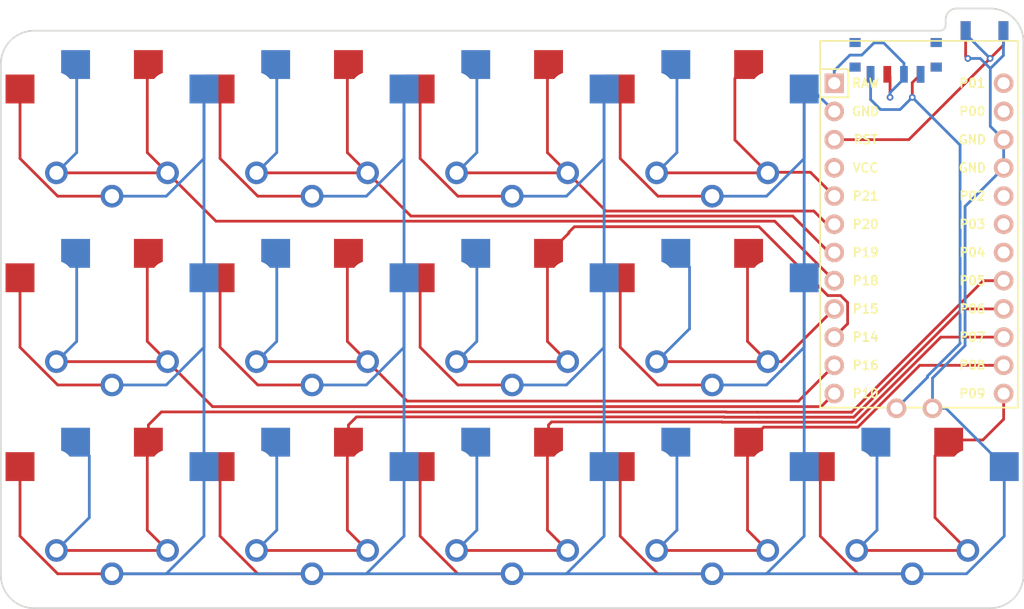
<source format=kicad_pcb>
(kicad_pcb (version 20171130) (host pcbnew "(5.1.10-1-10_14)")

  (general
    (thickness 1.6)
    (drawings 12)
    (tracks 294)
    (zones 0)
    (modules 34)
    (nets 24)
  )

  (page A3)
  (title_block
    (title KEYBOARD_NAME_HERE)
    (rev VERSION_HERE)
    (company YOUR_NAME_HERE)
  )

  (layers
    (0 F.Cu signal)
    (31 B.Cu signal)
    (32 B.Adhes user)
    (33 F.Adhes user)
    (34 B.Paste user)
    (35 F.Paste user)
    (36 B.SilkS user)
    (37 F.SilkS user)
    (38 B.Mask user)
    (39 F.Mask user)
    (40 Dwgs.User user)
    (41 Cmts.User user)
    (42 Eco1.User user)
    (43 Eco2.User user)
    (44 Edge.Cuts user)
    (45 Margin user)
    (46 B.CrtYd user)
    (47 F.CrtYd user)
    (48 B.Fab user)
    (49 F.Fab user)
  )

  (setup
    (last_trace_width 0.25)
    (trace_clearance 0.2)
    (zone_clearance 0.508)
    (zone_45_only no)
    (trace_min 0.2)
    (via_size 0.8)
    (via_drill 0.4)
    (via_min_size 0.4)
    (via_min_drill 0.3)
    (uvia_size 0.3)
    (uvia_drill 0.1)
    (uvias_allowed no)
    (uvia_min_size 0.2)
    (uvia_min_drill 0.1)
    (edge_width 0.05)
    (segment_width 0.2)
    (pcb_text_width 0.3)
    (pcb_text_size 1.5 1.5)
    (mod_edge_width 0.12)
    (mod_text_size 1 1)
    (mod_text_width 0.15)
    (pad_size 1.524 1.524)
    (pad_drill 0.762)
    (pad_to_mask_clearance 0.05)
    (aux_axis_origin 0 0)
    (visible_elements FFFFFF7F)
    (pcbplotparams
      (layerselection 0x010fc_ffffffff)
      (usegerberextensions false)
      (usegerberattributes true)
      (usegerberadvancedattributes true)
      (creategerberjobfile true)
      (excludeedgelayer true)
      (linewidth 0.100000)
      (plotframeref false)
      (viasonmask false)
      (mode 1)
      (useauxorigin false)
      (hpglpennumber 1)
      (hpglpenspeed 20)
      (hpglpendiameter 15.000000)
      (psnegative false)
      (psa4output false)
      (plotreference true)
      (plotvalue true)
      (plotinvisibletext false)
      (padsonsilk false)
      (subtractmaskfromsilk false)
      (outputformat 1)
      (mirror false)
      (drillshape 1)
      (scaleselection 1)
      (outputdirectory ""))
  )

  (net 0 "")
  (net 1 P5)
  (net 2 GND)
  (net 3 P10)
  (net 4 P18)
  (net 5 P6)
  (net 6 P16)
  (net 7 P19)
  (net 8 P7)
  (net 9 P14)
  (net 10 P20)
  (net 11 P8)
  (net 12 P15)
  (net 13 P21)
  (net 14 P9)
  (net 15 RAW)
  (net 16 RST)
  (net 17 VCC)
  (net 18 P1)
  (net 19 P0)
  (net 20 P2)
  (net 21 P3)
  (net 22 P4)
  (net 23 pos)

  (net_class Default "This is the default net class."
    (clearance 0.2)
    (trace_width 0.25)
    (via_dia 0.8)
    (via_drill 0.4)
    (uvia_dia 0.3)
    (uvia_drill 0.1)
    (add_net GND)
    (add_net P0)
    (add_net P1)
    (add_net P10)
    (add_net P14)
    (add_net P15)
    (add_net P16)
    (add_net P18)
    (add_net P19)
    (add_net P2)
    (add_net P20)
    (add_net P21)
    (add_net P3)
    (add_net P4)
    (add_net P5)
    (add_net P6)
    (add_net P7)
    (add_net P8)
    (add_net P9)
    (add_net RAW)
    (add_net RST)
    (add_net VCC)
    (add_net pos)
  )

  (module PG1350 (layer F.Cu) (tedit 5DD50112) (tstamp 0)
    (at 18 0)
    (fp_text reference S1 (at 0 0) (layer F.SilkS) hide
      (effects (font (size 1.27 1.27) (thickness 0.15)))
    )
    (fp_text value "" (at 0 0) (layer F.SilkS) hide
      (effects (font (size 1.27 1.27) (thickness 0.15)))
    )
    (fp_line (start -9 8.5) (end -9 -8.5) (layer Dwgs.User) (width 0.15))
    (fp_line (start 9 8.5) (end -9 8.5) (layer Dwgs.User) (width 0.15))
    (fp_line (start 9 -8.5) (end 9 8.5) (layer Dwgs.User) (width 0.15))
    (fp_line (start -9 -8.5) (end 9 -8.5) (layer Dwgs.User) (width 0.15))
    (fp_line (start 7 -7) (end 7 -6) (layer Dwgs.User) (width 0.15))
    (fp_line (start 6 7) (end 7 7) (layer Dwgs.User) (width 0.15))
    (fp_line (start 7 -7) (end 6 -7) (layer Dwgs.User) (width 0.15))
    (fp_line (start 7 6) (end 7 7) (layer Dwgs.User) (width 0.15))
    (fp_line (start -7 7) (end -7 6) (layer Dwgs.User) (width 0.15))
    (fp_line (start -6 -7) (end -7 -7) (layer Dwgs.User) (width 0.15))
    (fp_line (start -7 7) (end -6 7) (layer Dwgs.User) (width 0.15))
    (fp_line (start -7 -6) (end -7 -7) (layer Dwgs.User) (width 0.15))
    (pad "" np_thru_hole circle (at 0 0) (size 3.429 3.429) (drill 3.429) (layers *.Cu *.Mask))
    (pad "" np_thru_hole circle (at 5.5 0) (size 1.7018 1.7018) (drill 1.7018) (layers *.Cu *.Mask))
    (pad "" np_thru_hole circle (at -5.5 0) (size 1.7018 1.7018) (drill 1.7018) (layers *.Cu *.Mask))
    (pad "" np_thru_hole circle (at 5 -3.75) (size 3 3) (drill 3) (layers *.Cu *.Mask))
    (pad "" np_thru_hole circle (at 0 -5.95) (size 3 3) (drill 3) (layers *.Cu *.Mask))
    (pad 1 smd rect (at -3.275 -5.95) (size 2.6 2.6) (layers B.Cu B.Paste B.Mask)
      (net 1 P5))
    (pad 2 smd rect (at 8.275 -3.75) (size 2.6 2.6) (layers B.Cu B.Paste B.Mask)
      (net 2 GND))
    (pad "" np_thru_hole circle (at -5 -3.75) (size 3 3) (drill 3) (layers *.Cu *.Mask))
    (pad "" np_thru_hole circle (at 0 -5.95) (size 3 3) (drill 3) (layers *.Cu *.Mask))
    (pad 1 smd rect (at 3.275 -5.95) (size 2.6 2.6) (layers F.Cu F.Paste F.Mask)
      (net 1 P5))
    (pad 2 smd rect (at -8.275 -3.75) (size 2.6 2.6) (layers F.Cu F.Paste F.Mask)
      (net 2 GND))
  )

  (module PG1350 (layer F.Cu) (tedit 5DD50112) (tstamp 0)
    (at 18 0 180)
    (fp_text reference S2 (at 0 0) (layer F.SilkS) hide
      (effects (font (size 1.27 1.27) (thickness 0.15)))
    )
    (fp_text value "" (at 0 0) (layer F.SilkS) hide
      (effects (font (size 1.27 1.27) (thickness 0.15)))
    )
    (fp_line (start -9 8.5) (end -9 -8.5) (layer Dwgs.User) (width 0.15))
    (fp_line (start 9 8.5) (end -9 8.5) (layer Dwgs.User) (width 0.15))
    (fp_line (start 9 -8.5) (end 9 8.5) (layer Dwgs.User) (width 0.15))
    (fp_line (start -9 -8.5) (end 9 -8.5) (layer Dwgs.User) (width 0.15))
    (fp_line (start 7 -7) (end 7 -6) (layer Dwgs.User) (width 0.15))
    (fp_line (start 6 7) (end 7 7) (layer Dwgs.User) (width 0.15))
    (fp_line (start 7 -7) (end 6 -7) (layer Dwgs.User) (width 0.15))
    (fp_line (start 7 6) (end 7 7) (layer Dwgs.User) (width 0.15))
    (fp_line (start -7 7) (end -7 6) (layer Dwgs.User) (width 0.15))
    (fp_line (start -6 -7) (end -7 -7) (layer Dwgs.User) (width 0.15))
    (fp_line (start -7 7) (end -6 7) (layer Dwgs.User) (width 0.15))
    (fp_line (start -7 -6) (end -7 -7) (layer Dwgs.User) (width 0.15))
    (pad "" np_thru_hole circle (at 0 0) (size 3.429 3.429) (drill 3.429) (layers *.Cu *.Mask))
    (pad "" np_thru_hole circle (at 5.5 0) (size 1.7018 1.7018) (drill 1.7018) (layers *.Cu *.Mask))
    (pad "" np_thru_hole circle (at -5.5 0) (size 1.7018 1.7018) (drill 1.7018) (layers *.Cu *.Mask))
    (pad 1 thru_hole circle (at 5 -3.8) (size 2.032 2.032) (drill 1.27) (layers *.Cu *.Mask)
      (net 1 P5))
    (pad 2 thru_hole circle (at 0 -5.9) (size 2.032 2.032) (drill 1.27) (layers *.Cu *.Mask)
      (net 2 GND))
    (pad 1 thru_hole circle (at -5 -3.8) (size 2.032 2.032) (drill 1.27) (layers *.Cu *.Mask)
      (net 1 P5))
    (pad 2 thru_hole circle (at 0 -5.9) (size 2.032 2.032) (drill 1.27) (layers *.Cu *.Mask)
      (net 2 GND))
  )

  (module PG1350 (layer F.Cu) (tedit 5DD50112) (tstamp 0)
    (at 18 -17)
    (fp_text reference S3 (at 0 0) (layer F.SilkS) hide
      (effects (font (size 1.27 1.27) (thickness 0.15)))
    )
    (fp_text value "" (at 0 0) (layer F.SilkS) hide
      (effects (font (size 1.27 1.27) (thickness 0.15)))
    )
    (fp_line (start -9 8.5) (end -9 -8.5) (layer Dwgs.User) (width 0.15))
    (fp_line (start 9 8.5) (end -9 8.5) (layer Dwgs.User) (width 0.15))
    (fp_line (start 9 -8.5) (end 9 8.5) (layer Dwgs.User) (width 0.15))
    (fp_line (start -9 -8.5) (end 9 -8.5) (layer Dwgs.User) (width 0.15))
    (fp_line (start 7 -7) (end 7 -6) (layer Dwgs.User) (width 0.15))
    (fp_line (start 6 7) (end 7 7) (layer Dwgs.User) (width 0.15))
    (fp_line (start 7 -7) (end 6 -7) (layer Dwgs.User) (width 0.15))
    (fp_line (start 7 6) (end 7 7) (layer Dwgs.User) (width 0.15))
    (fp_line (start -7 7) (end -7 6) (layer Dwgs.User) (width 0.15))
    (fp_line (start -6 -7) (end -7 -7) (layer Dwgs.User) (width 0.15))
    (fp_line (start -7 7) (end -6 7) (layer Dwgs.User) (width 0.15))
    (fp_line (start -7 -6) (end -7 -7) (layer Dwgs.User) (width 0.15))
    (pad "" np_thru_hole circle (at 0 0) (size 3.429 3.429) (drill 3.429) (layers *.Cu *.Mask))
    (pad "" np_thru_hole circle (at 5.5 0) (size 1.7018 1.7018) (drill 1.7018) (layers *.Cu *.Mask))
    (pad "" np_thru_hole circle (at -5.5 0) (size 1.7018 1.7018) (drill 1.7018) (layers *.Cu *.Mask))
    (pad "" np_thru_hole circle (at 5 -3.75) (size 3 3) (drill 3) (layers *.Cu *.Mask))
    (pad "" np_thru_hole circle (at 0 -5.95) (size 3 3) (drill 3) (layers *.Cu *.Mask))
    (pad 1 smd rect (at -3.275 -5.95) (size 2.6 2.6) (layers B.Cu B.Paste B.Mask)
      (net 3 P10))
    (pad 2 smd rect (at 8.275 -3.75) (size 2.6 2.6) (layers B.Cu B.Paste B.Mask)
      (net 2 GND))
    (pad "" np_thru_hole circle (at -5 -3.75) (size 3 3) (drill 3) (layers *.Cu *.Mask))
    (pad "" np_thru_hole circle (at 0 -5.95) (size 3 3) (drill 3) (layers *.Cu *.Mask))
    (pad 1 smd rect (at 3.275 -5.95) (size 2.6 2.6) (layers F.Cu F.Paste F.Mask)
      (net 3 P10))
    (pad 2 smd rect (at -8.275 -3.75) (size 2.6 2.6) (layers F.Cu F.Paste F.Mask)
      (net 2 GND))
  )

  (module PG1350 (layer F.Cu) (tedit 5DD50112) (tstamp 0)
    (at 18 -17 180)
    (fp_text reference S4 (at 0 0) (layer F.SilkS) hide
      (effects (font (size 1.27 1.27) (thickness 0.15)))
    )
    (fp_text value "" (at 0 0) (layer F.SilkS) hide
      (effects (font (size 1.27 1.27) (thickness 0.15)))
    )
    (fp_line (start -9 8.5) (end -9 -8.5) (layer Dwgs.User) (width 0.15))
    (fp_line (start 9 8.5) (end -9 8.5) (layer Dwgs.User) (width 0.15))
    (fp_line (start 9 -8.5) (end 9 8.5) (layer Dwgs.User) (width 0.15))
    (fp_line (start -9 -8.5) (end 9 -8.5) (layer Dwgs.User) (width 0.15))
    (fp_line (start 7 -7) (end 7 -6) (layer Dwgs.User) (width 0.15))
    (fp_line (start 6 7) (end 7 7) (layer Dwgs.User) (width 0.15))
    (fp_line (start 7 -7) (end 6 -7) (layer Dwgs.User) (width 0.15))
    (fp_line (start 7 6) (end 7 7) (layer Dwgs.User) (width 0.15))
    (fp_line (start -7 7) (end -7 6) (layer Dwgs.User) (width 0.15))
    (fp_line (start -6 -7) (end -7 -7) (layer Dwgs.User) (width 0.15))
    (fp_line (start -7 7) (end -6 7) (layer Dwgs.User) (width 0.15))
    (fp_line (start -7 -6) (end -7 -7) (layer Dwgs.User) (width 0.15))
    (pad "" np_thru_hole circle (at 0 0) (size 3.429 3.429) (drill 3.429) (layers *.Cu *.Mask))
    (pad "" np_thru_hole circle (at 5.5 0) (size 1.7018 1.7018) (drill 1.7018) (layers *.Cu *.Mask))
    (pad "" np_thru_hole circle (at -5.5 0) (size 1.7018 1.7018) (drill 1.7018) (layers *.Cu *.Mask))
    (pad 1 thru_hole circle (at 5 -3.8) (size 2.032 2.032) (drill 1.27) (layers *.Cu *.Mask)
      (net 3 P10))
    (pad 2 thru_hole circle (at 0 -5.9) (size 2.032 2.032) (drill 1.27) (layers *.Cu *.Mask)
      (net 2 GND))
    (pad 1 thru_hole circle (at -5 -3.8) (size 2.032 2.032) (drill 1.27) (layers *.Cu *.Mask)
      (net 3 P10))
    (pad 2 thru_hole circle (at 0 -5.9) (size 2.032 2.032) (drill 1.27) (layers *.Cu *.Mask)
      (net 2 GND))
  )

  (module PG1350 (layer F.Cu) (tedit 5DD50112) (tstamp 0)
    (at 18 -34)
    (fp_text reference S5 (at 0 0) (layer F.SilkS) hide
      (effects (font (size 1.27 1.27) (thickness 0.15)))
    )
    (fp_text value "" (at 0 0) (layer F.SilkS) hide
      (effects (font (size 1.27 1.27) (thickness 0.15)))
    )
    (fp_line (start -9 8.5) (end -9 -8.5) (layer Dwgs.User) (width 0.15))
    (fp_line (start 9 8.5) (end -9 8.5) (layer Dwgs.User) (width 0.15))
    (fp_line (start 9 -8.5) (end 9 8.5) (layer Dwgs.User) (width 0.15))
    (fp_line (start -9 -8.5) (end 9 -8.5) (layer Dwgs.User) (width 0.15))
    (fp_line (start 7 -7) (end 7 -6) (layer Dwgs.User) (width 0.15))
    (fp_line (start 6 7) (end 7 7) (layer Dwgs.User) (width 0.15))
    (fp_line (start 7 -7) (end 6 -7) (layer Dwgs.User) (width 0.15))
    (fp_line (start 7 6) (end 7 7) (layer Dwgs.User) (width 0.15))
    (fp_line (start -7 7) (end -7 6) (layer Dwgs.User) (width 0.15))
    (fp_line (start -6 -7) (end -7 -7) (layer Dwgs.User) (width 0.15))
    (fp_line (start -7 7) (end -6 7) (layer Dwgs.User) (width 0.15))
    (fp_line (start -7 -6) (end -7 -7) (layer Dwgs.User) (width 0.15))
    (pad "" np_thru_hole circle (at 0 0) (size 3.429 3.429) (drill 3.429) (layers *.Cu *.Mask))
    (pad "" np_thru_hole circle (at 5.5 0) (size 1.7018 1.7018) (drill 1.7018) (layers *.Cu *.Mask))
    (pad "" np_thru_hole circle (at -5.5 0) (size 1.7018 1.7018) (drill 1.7018) (layers *.Cu *.Mask))
    (pad "" np_thru_hole circle (at 5 -3.75) (size 3 3) (drill 3) (layers *.Cu *.Mask))
    (pad "" np_thru_hole circle (at 0 -5.95) (size 3 3) (drill 3) (layers *.Cu *.Mask))
    (pad 1 smd rect (at -3.275 -5.95) (size 2.6 2.6) (layers B.Cu B.Paste B.Mask)
      (net 4 P18))
    (pad 2 smd rect (at 8.275 -3.75) (size 2.6 2.6) (layers B.Cu B.Paste B.Mask)
      (net 2 GND))
    (pad "" np_thru_hole circle (at -5 -3.75) (size 3 3) (drill 3) (layers *.Cu *.Mask))
    (pad "" np_thru_hole circle (at 0 -5.95) (size 3 3) (drill 3) (layers *.Cu *.Mask))
    (pad 1 smd rect (at 3.275 -5.95) (size 2.6 2.6) (layers F.Cu F.Paste F.Mask)
      (net 4 P18))
    (pad 2 smd rect (at -8.275 -3.75) (size 2.6 2.6) (layers F.Cu F.Paste F.Mask)
      (net 2 GND))
  )

  (module PG1350 (layer F.Cu) (tedit 5DD50112) (tstamp 0)
    (at 18 -34 180)
    (fp_text reference S6 (at 0 0) (layer F.SilkS) hide
      (effects (font (size 1.27 1.27) (thickness 0.15)))
    )
    (fp_text value "" (at 0 0) (layer F.SilkS) hide
      (effects (font (size 1.27 1.27) (thickness 0.15)))
    )
    (fp_line (start -9 8.5) (end -9 -8.5) (layer Dwgs.User) (width 0.15))
    (fp_line (start 9 8.5) (end -9 8.5) (layer Dwgs.User) (width 0.15))
    (fp_line (start 9 -8.5) (end 9 8.5) (layer Dwgs.User) (width 0.15))
    (fp_line (start -9 -8.5) (end 9 -8.5) (layer Dwgs.User) (width 0.15))
    (fp_line (start 7 -7) (end 7 -6) (layer Dwgs.User) (width 0.15))
    (fp_line (start 6 7) (end 7 7) (layer Dwgs.User) (width 0.15))
    (fp_line (start 7 -7) (end 6 -7) (layer Dwgs.User) (width 0.15))
    (fp_line (start 7 6) (end 7 7) (layer Dwgs.User) (width 0.15))
    (fp_line (start -7 7) (end -7 6) (layer Dwgs.User) (width 0.15))
    (fp_line (start -6 -7) (end -7 -7) (layer Dwgs.User) (width 0.15))
    (fp_line (start -7 7) (end -6 7) (layer Dwgs.User) (width 0.15))
    (fp_line (start -7 -6) (end -7 -7) (layer Dwgs.User) (width 0.15))
    (pad "" np_thru_hole circle (at 0 0) (size 3.429 3.429) (drill 3.429) (layers *.Cu *.Mask))
    (pad "" np_thru_hole circle (at 5.5 0) (size 1.7018 1.7018) (drill 1.7018) (layers *.Cu *.Mask))
    (pad "" np_thru_hole circle (at -5.5 0) (size 1.7018 1.7018) (drill 1.7018) (layers *.Cu *.Mask))
    (pad 1 thru_hole circle (at 5 -3.8) (size 2.032 2.032) (drill 1.27) (layers *.Cu *.Mask)
      (net 4 P18))
    (pad 2 thru_hole circle (at 0 -5.9) (size 2.032 2.032) (drill 1.27) (layers *.Cu *.Mask)
      (net 2 GND))
    (pad 1 thru_hole circle (at -5 -3.8) (size 2.032 2.032) (drill 1.27) (layers *.Cu *.Mask)
      (net 4 P18))
    (pad 2 thru_hole circle (at 0 -5.9) (size 2.032 2.032) (drill 1.27) (layers *.Cu *.Mask)
      (net 2 GND))
  )

  (module PG1350 (layer F.Cu) (tedit 5DD50112) (tstamp 0)
    (at 36 0)
    (fp_text reference S7 (at 0 0) (layer F.SilkS) hide
      (effects (font (size 1.27 1.27) (thickness 0.15)))
    )
    (fp_text value "" (at 0 0) (layer F.SilkS) hide
      (effects (font (size 1.27 1.27) (thickness 0.15)))
    )
    (fp_line (start -9 8.5) (end -9 -8.5) (layer Dwgs.User) (width 0.15))
    (fp_line (start 9 8.5) (end -9 8.5) (layer Dwgs.User) (width 0.15))
    (fp_line (start 9 -8.5) (end 9 8.5) (layer Dwgs.User) (width 0.15))
    (fp_line (start -9 -8.5) (end 9 -8.5) (layer Dwgs.User) (width 0.15))
    (fp_line (start 7 -7) (end 7 -6) (layer Dwgs.User) (width 0.15))
    (fp_line (start 6 7) (end 7 7) (layer Dwgs.User) (width 0.15))
    (fp_line (start 7 -7) (end 6 -7) (layer Dwgs.User) (width 0.15))
    (fp_line (start 7 6) (end 7 7) (layer Dwgs.User) (width 0.15))
    (fp_line (start -7 7) (end -7 6) (layer Dwgs.User) (width 0.15))
    (fp_line (start -6 -7) (end -7 -7) (layer Dwgs.User) (width 0.15))
    (fp_line (start -7 7) (end -6 7) (layer Dwgs.User) (width 0.15))
    (fp_line (start -7 -6) (end -7 -7) (layer Dwgs.User) (width 0.15))
    (pad "" np_thru_hole circle (at 0 0) (size 3.429 3.429) (drill 3.429) (layers *.Cu *.Mask))
    (pad "" np_thru_hole circle (at 5.5 0) (size 1.7018 1.7018) (drill 1.7018) (layers *.Cu *.Mask))
    (pad "" np_thru_hole circle (at -5.5 0) (size 1.7018 1.7018) (drill 1.7018) (layers *.Cu *.Mask))
    (pad "" np_thru_hole circle (at 5 -3.75) (size 3 3) (drill 3) (layers *.Cu *.Mask))
    (pad "" np_thru_hole circle (at 0 -5.95) (size 3 3) (drill 3) (layers *.Cu *.Mask))
    (pad 1 smd rect (at -3.275 -5.95) (size 2.6 2.6) (layers B.Cu B.Paste B.Mask)
      (net 5 P6))
    (pad 2 smd rect (at 8.275 -3.75) (size 2.6 2.6) (layers B.Cu B.Paste B.Mask)
      (net 2 GND))
    (pad "" np_thru_hole circle (at -5 -3.75) (size 3 3) (drill 3) (layers *.Cu *.Mask))
    (pad "" np_thru_hole circle (at 0 -5.95) (size 3 3) (drill 3) (layers *.Cu *.Mask))
    (pad 1 smd rect (at 3.275 -5.95) (size 2.6 2.6) (layers F.Cu F.Paste F.Mask)
      (net 5 P6))
    (pad 2 smd rect (at -8.275 -3.75) (size 2.6 2.6) (layers F.Cu F.Paste F.Mask)
      (net 2 GND))
  )

  (module PG1350 (layer F.Cu) (tedit 5DD50112) (tstamp 0)
    (at 36 0 180)
    (fp_text reference S8 (at 0 0) (layer F.SilkS) hide
      (effects (font (size 1.27 1.27) (thickness 0.15)))
    )
    (fp_text value "" (at 0 0) (layer F.SilkS) hide
      (effects (font (size 1.27 1.27) (thickness 0.15)))
    )
    (fp_line (start -9 8.5) (end -9 -8.5) (layer Dwgs.User) (width 0.15))
    (fp_line (start 9 8.5) (end -9 8.5) (layer Dwgs.User) (width 0.15))
    (fp_line (start 9 -8.5) (end 9 8.5) (layer Dwgs.User) (width 0.15))
    (fp_line (start -9 -8.5) (end 9 -8.5) (layer Dwgs.User) (width 0.15))
    (fp_line (start 7 -7) (end 7 -6) (layer Dwgs.User) (width 0.15))
    (fp_line (start 6 7) (end 7 7) (layer Dwgs.User) (width 0.15))
    (fp_line (start 7 -7) (end 6 -7) (layer Dwgs.User) (width 0.15))
    (fp_line (start 7 6) (end 7 7) (layer Dwgs.User) (width 0.15))
    (fp_line (start -7 7) (end -7 6) (layer Dwgs.User) (width 0.15))
    (fp_line (start -6 -7) (end -7 -7) (layer Dwgs.User) (width 0.15))
    (fp_line (start -7 7) (end -6 7) (layer Dwgs.User) (width 0.15))
    (fp_line (start -7 -6) (end -7 -7) (layer Dwgs.User) (width 0.15))
    (pad "" np_thru_hole circle (at 0 0) (size 3.429 3.429) (drill 3.429) (layers *.Cu *.Mask))
    (pad "" np_thru_hole circle (at 5.5 0) (size 1.7018 1.7018) (drill 1.7018) (layers *.Cu *.Mask))
    (pad "" np_thru_hole circle (at -5.5 0) (size 1.7018 1.7018) (drill 1.7018) (layers *.Cu *.Mask))
    (pad 1 thru_hole circle (at 5 -3.8) (size 2.032 2.032) (drill 1.27) (layers *.Cu *.Mask)
      (net 5 P6))
    (pad 2 thru_hole circle (at 0 -5.9) (size 2.032 2.032) (drill 1.27) (layers *.Cu *.Mask)
      (net 2 GND))
    (pad 1 thru_hole circle (at -5 -3.8) (size 2.032 2.032) (drill 1.27) (layers *.Cu *.Mask)
      (net 5 P6))
    (pad 2 thru_hole circle (at 0 -5.9) (size 2.032 2.032) (drill 1.27) (layers *.Cu *.Mask)
      (net 2 GND))
  )

  (module PG1350 (layer F.Cu) (tedit 5DD50112) (tstamp 0)
    (at 36 -17)
    (fp_text reference S9 (at 0 0) (layer F.SilkS) hide
      (effects (font (size 1.27 1.27) (thickness 0.15)))
    )
    (fp_text value "" (at 0 0) (layer F.SilkS) hide
      (effects (font (size 1.27 1.27) (thickness 0.15)))
    )
    (fp_line (start -9 8.5) (end -9 -8.5) (layer Dwgs.User) (width 0.15))
    (fp_line (start 9 8.5) (end -9 8.5) (layer Dwgs.User) (width 0.15))
    (fp_line (start 9 -8.5) (end 9 8.5) (layer Dwgs.User) (width 0.15))
    (fp_line (start -9 -8.5) (end 9 -8.5) (layer Dwgs.User) (width 0.15))
    (fp_line (start 7 -7) (end 7 -6) (layer Dwgs.User) (width 0.15))
    (fp_line (start 6 7) (end 7 7) (layer Dwgs.User) (width 0.15))
    (fp_line (start 7 -7) (end 6 -7) (layer Dwgs.User) (width 0.15))
    (fp_line (start 7 6) (end 7 7) (layer Dwgs.User) (width 0.15))
    (fp_line (start -7 7) (end -7 6) (layer Dwgs.User) (width 0.15))
    (fp_line (start -6 -7) (end -7 -7) (layer Dwgs.User) (width 0.15))
    (fp_line (start -7 7) (end -6 7) (layer Dwgs.User) (width 0.15))
    (fp_line (start -7 -6) (end -7 -7) (layer Dwgs.User) (width 0.15))
    (pad "" np_thru_hole circle (at 0 0) (size 3.429 3.429) (drill 3.429) (layers *.Cu *.Mask))
    (pad "" np_thru_hole circle (at 5.5 0) (size 1.7018 1.7018) (drill 1.7018) (layers *.Cu *.Mask))
    (pad "" np_thru_hole circle (at -5.5 0) (size 1.7018 1.7018) (drill 1.7018) (layers *.Cu *.Mask))
    (pad "" np_thru_hole circle (at 5 -3.75) (size 3 3) (drill 3) (layers *.Cu *.Mask))
    (pad "" np_thru_hole circle (at 0 -5.95) (size 3 3) (drill 3) (layers *.Cu *.Mask))
    (pad 1 smd rect (at -3.275 -5.95) (size 2.6 2.6) (layers B.Cu B.Paste B.Mask)
      (net 6 P16))
    (pad 2 smd rect (at 8.275 -3.75) (size 2.6 2.6) (layers B.Cu B.Paste B.Mask)
      (net 2 GND))
    (pad "" np_thru_hole circle (at -5 -3.75) (size 3 3) (drill 3) (layers *.Cu *.Mask))
    (pad "" np_thru_hole circle (at 0 -5.95) (size 3 3) (drill 3) (layers *.Cu *.Mask))
    (pad 1 smd rect (at 3.275 -5.95) (size 2.6 2.6) (layers F.Cu F.Paste F.Mask)
      (net 6 P16))
    (pad 2 smd rect (at -8.275 -3.75) (size 2.6 2.6) (layers F.Cu F.Paste F.Mask)
      (net 2 GND))
  )

  (module PG1350 (layer F.Cu) (tedit 5DD50112) (tstamp 0)
    (at 36 -17 180)
    (fp_text reference S10 (at 0 0) (layer F.SilkS) hide
      (effects (font (size 1.27 1.27) (thickness 0.15)))
    )
    (fp_text value "" (at 0 0) (layer F.SilkS) hide
      (effects (font (size 1.27 1.27) (thickness 0.15)))
    )
    (fp_line (start -9 8.5) (end -9 -8.5) (layer Dwgs.User) (width 0.15))
    (fp_line (start 9 8.5) (end -9 8.5) (layer Dwgs.User) (width 0.15))
    (fp_line (start 9 -8.5) (end 9 8.5) (layer Dwgs.User) (width 0.15))
    (fp_line (start -9 -8.5) (end 9 -8.5) (layer Dwgs.User) (width 0.15))
    (fp_line (start 7 -7) (end 7 -6) (layer Dwgs.User) (width 0.15))
    (fp_line (start 6 7) (end 7 7) (layer Dwgs.User) (width 0.15))
    (fp_line (start 7 -7) (end 6 -7) (layer Dwgs.User) (width 0.15))
    (fp_line (start 7 6) (end 7 7) (layer Dwgs.User) (width 0.15))
    (fp_line (start -7 7) (end -7 6) (layer Dwgs.User) (width 0.15))
    (fp_line (start -6 -7) (end -7 -7) (layer Dwgs.User) (width 0.15))
    (fp_line (start -7 7) (end -6 7) (layer Dwgs.User) (width 0.15))
    (fp_line (start -7 -6) (end -7 -7) (layer Dwgs.User) (width 0.15))
    (pad "" np_thru_hole circle (at 0 0) (size 3.429 3.429) (drill 3.429) (layers *.Cu *.Mask))
    (pad "" np_thru_hole circle (at 5.5 0) (size 1.7018 1.7018) (drill 1.7018) (layers *.Cu *.Mask))
    (pad "" np_thru_hole circle (at -5.5 0) (size 1.7018 1.7018) (drill 1.7018) (layers *.Cu *.Mask))
    (pad 1 thru_hole circle (at 5 -3.8) (size 2.032 2.032) (drill 1.27) (layers *.Cu *.Mask)
      (net 6 P16))
    (pad 2 thru_hole circle (at 0 -5.9) (size 2.032 2.032) (drill 1.27) (layers *.Cu *.Mask)
      (net 2 GND))
    (pad 1 thru_hole circle (at -5 -3.8) (size 2.032 2.032) (drill 1.27) (layers *.Cu *.Mask)
      (net 6 P16))
    (pad 2 thru_hole circle (at 0 -5.9) (size 2.032 2.032) (drill 1.27) (layers *.Cu *.Mask)
      (net 2 GND))
  )

  (module PG1350 (layer F.Cu) (tedit 5DD50112) (tstamp 0)
    (at 36 -34)
    (fp_text reference S11 (at 0 0) (layer F.SilkS) hide
      (effects (font (size 1.27 1.27) (thickness 0.15)))
    )
    (fp_text value "" (at 0 0) (layer F.SilkS) hide
      (effects (font (size 1.27 1.27) (thickness 0.15)))
    )
    (fp_line (start -9 8.5) (end -9 -8.5) (layer Dwgs.User) (width 0.15))
    (fp_line (start 9 8.5) (end -9 8.5) (layer Dwgs.User) (width 0.15))
    (fp_line (start 9 -8.5) (end 9 8.5) (layer Dwgs.User) (width 0.15))
    (fp_line (start -9 -8.5) (end 9 -8.5) (layer Dwgs.User) (width 0.15))
    (fp_line (start 7 -7) (end 7 -6) (layer Dwgs.User) (width 0.15))
    (fp_line (start 6 7) (end 7 7) (layer Dwgs.User) (width 0.15))
    (fp_line (start 7 -7) (end 6 -7) (layer Dwgs.User) (width 0.15))
    (fp_line (start 7 6) (end 7 7) (layer Dwgs.User) (width 0.15))
    (fp_line (start -7 7) (end -7 6) (layer Dwgs.User) (width 0.15))
    (fp_line (start -6 -7) (end -7 -7) (layer Dwgs.User) (width 0.15))
    (fp_line (start -7 7) (end -6 7) (layer Dwgs.User) (width 0.15))
    (fp_line (start -7 -6) (end -7 -7) (layer Dwgs.User) (width 0.15))
    (pad "" np_thru_hole circle (at 0 0) (size 3.429 3.429) (drill 3.429) (layers *.Cu *.Mask))
    (pad "" np_thru_hole circle (at 5.5 0) (size 1.7018 1.7018) (drill 1.7018) (layers *.Cu *.Mask))
    (pad "" np_thru_hole circle (at -5.5 0) (size 1.7018 1.7018) (drill 1.7018) (layers *.Cu *.Mask))
    (pad "" np_thru_hole circle (at 5 -3.75) (size 3 3) (drill 3) (layers *.Cu *.Mask))
    (pad "" np_thru_hole circle (at 0 -5.95) (size 3 3) (drill 3) (layers *.Cu *.Mask))
    (pad 1 smd rect (at -3.275 -5.95) (size 2.6 2.6) (layers B.Cu B.Paste B.Mask)
      (net 7 P19))
    (pad 2 smd rect (at 8.275 -3.75) (size 2.6 2.6) (layers B.Cu B.Paste B.Mask)
      (net 2 GND))
    (pad "" np_thru_hole circle (at -5 -3.75) (size 3 3) (drill 3) (layers *.Cu *.Mask))
    (pad "" np_thru_hole circle (at 0 -5.95) (size 3 3) (drill 3) (layers *.Cu *.Mask))
    (pad 1 smd rect (at 3.275 -5.95) (size 2.6 2.6) (layers F.Cu F.Paste F.Mask)
      (net 7 P19))
    (pad 2 smd rect (at -8.275 -3.75) (size 2.6 2.6) (layers F.Cu F.Paste F.Mask)
      (net 2 GND))
  )

  (module PG1350 (layer F.Cu) (tedit 5DD50112) (tstamp 0)
    (at 36 -34 180)
    (fp_text reference S12 (at 0 0) (layer F.SilkS) hide
      (effects (font (size 1.27 1.27) (thickness 0.15)))
    )
    (fp_text value "" (at 0 0) (layer F.SilkS) hide
      (effects (font (size 1.27 1.27) (thickness 0.15)))
    )
    (fp_line (start -9 8.5) (end -9 -8.5) (layer Dwgs.User) (width 0.15))
    (fp_line (start 9 8.5) (end -9 8.5) (layer Dwgs.User) (width 0.15))
    (fp_line (start 9 -8.5) (end 9 8.5) (layer Dwgs.User) (width 0.15))
    (fp_line (start -9 -8.5) (end 9 -8.5) (layer Dwgs.User) (width 0.15))
    (fp_line (start 7 -7) (end 7 -6) (layer Dwgs.User) (width 0.15))
    (fp_line (start 6 7) (end 7 7) (layer Dwgs.User) (width 0.15))
    (fp_line (start 7 -7) (end 6 -7) (layer Dwgs.User) (width 0.15))
    (fp_line (start 7 6) (end 7 7) (layer Dwgs.User) (width 0.15))
    (fp_line (start -7 7) (end -7 6) (layer Dwgs.User) (width 0.15))
    (fp_line (start -6 -7) (end -7 -7) (layer Dwgs.User) (width 0.15))
    (fp_line (start -7 7) (end -6 7) (layer Dwgs.User) (width 0.15))
    (fp_line (start -7 -6) (end -7 -7) (layer Dwgs.User) (width 0.15))
    (pad "" np_thru_hole circle (at 0 0) (size 3.429 3.429) (drill 3.429) (layers *.Cu *.Mask))
    (pad "" np_thru_hole circle (at 5.5 0) (size 1.7018 1.7018) (drill 1.7018) (layers *.Cu *.Mask))
    (pad "" np_thru_hole circle (at -5.5 0) (size 1.7018 1.7018) (drill 1.7018) (layers *.Cu *.Mask))
    (pad 1 thru_hole circle (at 5 -3.8) (size 2.032 2.032) (drill 1.27) (layers *.Cu *.Mask)
      (net 7 P19))
    (pad 2 thru_hole circle (at 0 -5.9) (size 2.032 2.032) (drill 1.27) (layers *.Cu *.Mask)
      (net 2 GND))
    (pad 1 thru_hole circle (at -5 -3.8) (size 2.032 2.032) (drill 1.27) (layers *.Cu *.Mask)
      (net 7 P19))
    (pad 2 thru_hole circle (at 0 -5.9) (size 2.032 2.032) (drill 1.27) (layers *.Cu *.Mask)
      (net 2 GND))
  )

  (module PG1350 (layer F.Cu) (tedit 5DD50112) (tstamp 0)
    (at 54 0)
    (fp_text reference S13 (at 0 0) (layer F.SilkS) hide
      (effects (font (size 1.27 1.27) (thickness 0.15)))
    )
    (fp_text value "" (at 0 0) (layer F.SilkS) hide
      (effects (font (size 1.27 1.27) (thickness 0.15)))
    )
    (fp_line (start -9 8.5) (end -9 -8.5) (layer Dwgs.User) (width 0.15))
    (fp_line (start 9 8.5) (end -9 8.5) (layer Dwgs.User) (width 0.15))
    (fp_line (start 9 -8.5) (end 9 8.5) (layer Dwgs.User) (width 0.15))
    (fp_line (start -9 -8.5) (end 9 -8.5) (layer Dwgs.User) (width 0.15))
    (fp_line (start 7 -7) (end 7 -6) (layer Dwgs.User) (width 0.15))
    (fp_line (start 6 7) (end 7 7) (layer Dwgs.User) (width 0.15))
    (fp_line (start 7 -7) (end 6 -7) (layer Dwgs.User) (width 0.15))
    (fp_line (start 7 6) (end 7 7) (layer Dwgs.User) (width 0.15))
    (fp_line (start -7 7) (end -7 6) (layer Dwgs.User) (width 0.15))
    (fp_line (start -6 -7) (end -7 -7) (layer Dwgs.User) (width 0.15))
    (fp_line (start -7 7) (end -6 7) (layer Dwgs.User) (width 0.15))
    (fp_line (start -7 -6) (end -7 -7) (layer Dwgs.User) (width 0.15))
    (pad "" np_thru_hole circle (at 0 0) (size 3.429 3.429) (drill 3.429) (layers *.Cu *.Mask))
    (pad "" np_thru_hole circle (at 5.5 0) (size 1.7018 1.7018) (drill 1.7018) (layers *.Cu *.Mask))
    (pad "" np_thru_hole circle (at -5.5 0) (size 1.7018 1.7018) (drill 1.7018) (layers *.Cu *.Mask))
    (pad "" np_thru_hole circle (at 5 -3.75) (size 3 3) (drill 3) (layers *.Cu *.Mask))
    (pad "" np_thru_hole circle (at 0 -5.95) (size 3 3) (drill 3) (layers *.Cu *.Mask))
    (pad 1 smd rect (at -3.275 -5.95) (size 2.6 2.6) (layers B.Cu B.Paste B.Mask)
      (net 8 P7))
    (pad 2 smd rect (at 8.275 -3.75) (size 2.6 2.6) (layers B.Cu B.Paste B.Mask)
      (net 2 GND))
    (pad "" np_thru_hole circle (at -5 -3.75) (size 3 3) (drill 3) (layers *.Cu *.Mask))
    (pad "" np_thru_hole circle (at 0 -5.95) (size 3 3) (drill 3) (layers *.Cu *.Mask))
    (pad 1 smd rect (at 3.275 -5.95) (size 2.6 2.6) (layers F.Cu F.Paste F.Mask)
      (net 8 P7))
    (pad 2 smd rect (at -8.275 -3.75) (size 2.6 2.6) (layers F.Cu F.Paste F.Mask)
      (net 2 GND))
  )

  (module PG1350 (layer F.Cu) (tedit 5DD50112) (tstamp 0)
    (at 54 0 180)
    (fp_text reference S14 (at 0 0) (layer F.SilkS) hide
      (effects (font (size 1.27 1.27) (thickness 0.15)))
    )
    (fp_text value "" (at 0 0) (layer F.SilkS) hide
      (effects (font (size 1.27 1.27) (thickness 0.15)))
    )
    (fp_line (start -9 8.5) (end -9 -8.5) (layer Dwgs.User) (width 0.15))
    (fp_line (start 9 8.5) (end -9 8.5) (layer Dwgs.User) (width 0.15))
    (fp_line (start 9 -8.5) (end 9 8.5) (layer Dwgs.User) (width 0.15))
    (fp_line (start -9 -8.5) (end 9 -8.5) (layer Dwgs.User) (width 0.15))
    (fp_line (start 7 -7) (end 7 -6) (layer Dwgs.User) (width 0.15))
    (fp_line (start 6 7) (end 7 7) (layer Dwgs.User) (width 0.15))
    (fp_line (start 7 -7) (end 6 -7) (layer Dwgs.User) (width 0.15))
    (fp_line (start 7 6) (end 7 7) (layer Dwgs.User) (width 0.15))
    (fp_line (start -7 7) (end -7 6) (layer Dwgs.User) (width 0.15))
    (fp_line (start -6 -7) (end -7 -7) (layer Dwgs.User) (width 0.15))
    (fp_line (start -7 7) (end -6 7) (layer Dwgs.User) (width 0.15))
    (fp_line (start -7 -6) (end -7 -7) (layer Dwgs.User) (width 0.15))
    (pad "" np_thru_hole circle (at 0 0) (size 3.429 3.429) (drill 3.429) (layers *.Cu *.Mask))
    (pad "" np_thru_hole circle (at 5.5 0) (size 1.7018 1.7018) (drill 1.7018) (layers *.Cu *.Mask))
    (pad "" np_thru_hole circle (at -5.5 0) (size 1.7018 1.7018) (drill 1.7018) (layers *.Cu *.Mask))
    (pad 1 thru_hole circle (at 5 -3.8) (size 2.032 2.032) (drill 1.27) (layers *.Cu *.Mask)
      (net 8 P7))
    (pad 2 thru_hole circle (at 0 -5.9) (size 2.032 2.032) (drill 1.27) (layers *.Cu *.Mask)
      (net 2 GND))
    (pad 1 thru_hole circle (at -5 -3.8) (size 2.032 2.032) (drill 1.27) (layers *.Cu *.Mask)
      (net 8 P7))
    (pad 2 thru_hole circle (at 0 -5.9) (size 2.032 2.032) (drill 1.27) (layers *.Cu *.Mask)
      (net 2 GND))
  )

  (module PG1350 (layer F.Cu) (tedit 5DD50112) (tstamp 0)
    (at 54 -17)
    (fp_text reference S15 (at 0 0) (layer F.SilkS) hide
      (effects (font (size 1.27 1.27) (thickness 0.15)))
    )
    (fp_text value "" (at 0 0) (layer F.SilkS) hide
      (effects (font (size 1.27 1.27) (thickness 0.15)))
    )
    (fp_line (start -9 8.5) (end -9 -8.5) (layer Dwgs.User) (width 0.15))
    (fp_line (start 9 8.5) (end -9 8.5) (layer Dwgs.User) (width 0.15))
    (fp_line (start 9 -8.5) (end 9 8.5) (layer Dwgs.User) (width 0.15))
    (fp_line (start -9 -8.5) (end 9 -8.5) (layer Dwgs.User) (width 0.15))
    (fp_line (start 7 -7) (end 7 -6) (layer Dwgs.User) (width 0.15))
    (fp_line (start 6 7) (end 7 7) (layer Dwgs.User) (width 0.15))
    (fp_line (start 7 -7) (end 6 -7) (layer Dwgs.User) (width 0.15))
    (fp_line (start 7 6) (end 7 7) (layer Dwgs.User) (width 0.15))
    (fp_line (start -7 7) (end -7 6) (layer Dwgs.User) (width 0.15))
    (fp_line (start -6 -7) (end -7 -7) (layer Dwgs.User) (width 0.15))
    (fp_line (start -7 7) (end -6 7) (layer Dwgs.User) (width 0.15))
    (fp_line (start -7 -6) (end -7 -7) (layer Dwgs.User) (width 0.15))
    (pad "" np_thru_hole circle (at 0 0) (size 3.429 3.429) (drill 3.429) (layers *.Cu *.Mask))
    (pad "" np_thru_hole circle (at 5.5 0) (size 1.7018 1.7018) (drill 1.7018) (layers *.Cu *.Mask))
    (pad "" np_thru_hole circle (at -5.5 0) (size 1.7018 1.7018) (drill 1.7018) (layers *.Cu *.Mask))
    (pad "" np_thru_hole circle (at 5 -3.75) (size 3 3) (drill 3) (layers *.Cu *.Mask))
    (pad "" np_thru_hole circle (at 0 -5.95) (size 3 3) (drill 3) (layers *.Cu *.Mask))
    (pad 1 smd rect (at -3.275 -5.95) (size 2.6 2.6) (layers B.Cu B.Paste B.Mask)
      (net 9 P14))
    (pad 2 smd rect (at 8.275 -3.75) (size 2.6 2.6) (layers B.Cu B.Paste B.Mask)
      (net 2 GND))
    (pad "" np_thru_hole circle (at -5 -3.75) (size 3 3) (drill 3) (layers *.Cu *.Mask))
    (pad "" np_thru_hole circle (at 0 -5.95) (size 3 3) (drill 3) (layers *.Cu *.Mask))
    (pad 1 smd rect (at 3.275 -5.95) (size 2.6 2.6) (layers F.Cu F.Paste F.Mask)
      (net 9 P14))
    (pad 2 smd rect (at -8.275 -3.75) (size 2.6 2.6) (layers F.Cu F.Paste F.Mask)
      (net 2 GND))
  )

  (module PG1350 (layer F.Cu) (tedit 5DD50112) (tstamp 0)
    (at 54 -17 180)
    (fp_text reference S16 (at 0 0) (layer F.SilkS) hide
      (effects (font (size 1.27 1.27) (thickness 0.15)))
    )
    (fp_text value "" (at 0 0) (layer F.SilkS) hide
      (effects (font (size 1.27 1.27) (thickness 0.15)))
    )
    (fp_line (start -9 8.5) (end -9 -8.5) (layer Dwgs.User) (width 0.15))
    (fp_line (start 9 8.5) (end -9 8.5) (layer Dwgs.User) (width 0.15))
    (fp_line (start 9 -8.5) (end 9 8.5) (layer Dwgs.User) (width 0.15))
    (fp_line (start -9 -8.5) (end 9 -8.5) (layer Dwgs.User) (width 0.15))
    (fp_line (start 7 -7) (end 7 -6) (layer Dwgs.User) (width 0.15))
    (fp_line (start 6 7) (end 7 7) (layer Dwgs.User) (width 0.15))
    (fp_line (start 7 -7) (end 6 -7) (layer Dwgs.User) (width 0.15))
    (fp_line (start 7 6) (end 7 7) (layer Dwgs.User) (width 0.15))
    (fp_line (start -7 7) (end -7 6) (layer Dwgs.User) (width 0.15))
    (fp_line (start -6 -7) (end -7 -7) (layer Dwgs.User) (width 0.15))
    (fp_line (start -7 7) (end -6 7) (layer Dwgs.User) (width 0.15))
    (fp_line (start -7 -6) (end -7 -7) (layer Dwgs.User) (width 0.15))
    (pad "" np_thru_hole circle (at 0 0) (size 3.429 3.429) (drill 3.429) (layers *.Cu *.Mask))
    (pad "" np_thru_hole circle (at 5.5 0) (size 1.7018 1.7018) (drill 1.7018) (layers *.Cu *.Mask))
    (pad "" np_thru_hole circle (at -5.5 0) (size 1.7018 1.7018) (drill 1.7018) (layers *.Cu *.Mask))
    (pad 1 thru_hole circle (at 5 -3.8) (size 2.032 2.032) (drill 1.27) (layers *.Cu *.Mask)
      (net 9 P14))
    (pad 2 thru_hole circle (at 0 -5.9) (size 2.032 2.032) (drill 1.27) (layers *.Cu *.Mask)
      (net 2 GND))
    (pad 1 thru_hole circle (at -5 -3.8) (size 2.032 2.032) (drill 1.27) (layers *.Cu *.Mask)
      (net 9 P14))
    (pad 2 thru_hole circle (at 0 -5.9) (size 2.032 2.032) (drill 1.27) (layers *.Cu *.Mask)
      (net 2 GND))
  )

  (module PG1350 (layer F.Cu) (tedit 5DD50112) (tstamp 0)
    (at 54 -34)
    (fp_text reference S17 (at 0 0) (layer F.SilkS) hide
      (effects (font (size 1.27 1.27) (thickness 0.15)))
    )
    (fp_text value "" (at 0 0) (layer F.SilkS) hide
      (effects (font (size 1.27 1.27) (thickness 0.15)))
    )
    (fp_line (start -9 8.5) (end -9 -8.5) (layer Dwgs.User) (width 0.15))
    (fp_line (start 9 8.5) (end -9 8.5) (layer Dwgs.User) (width 0.15))
    (fp_line (start 9 -8.5) (end 9 8.5) (layer Dwgs.User) (width 0.15))
    (fp_line (start -9 -8.5) (end 9 -8.5) (layer Dwgs.User) (width 0.15))
    (fp_line (start 7 -7) (end 7 -6) (layer Dwgs.User) (width 0.15))
    (fp_line (start 6 7) (end 7 7) (layer Dwgs.User) (width 0.15))
    (fp_line (start 7 -7) (end 6 -7) (layer Dwgs.User) (width 0.15))
    (fp_line (start 7 6) (end 7 7) (layer Dwgs.User) (width 0.15))
    (fp_line (start -7 7) (end -7 6) (layer Dwgs.User) (width 0.15))
    (fp_line (start -6 -7) (end -7 -7) (layer Dwgs.User) (width 0.15))
    (fp_line (start -7 7) (end -6 7) (layer Dwgs.User) (width 0.15))
    (fp_line (start -7 -6) (end -7 -7) (layer Dwgs.User) (width 0.15))
    (pad "" np_thru_hole circle (at 0 0) (size 3.429 3.429) (drill 3.429) (layers *.Cu *.Mask))
    (pad "" np_thru_hole circle (at 5.5 0) (size 1.7018 1.7018) (drill 1.7018) (layers *.Cu *.Mask))
    (pad "" np_thru_hole circle (at -5.5 0) (size 1.7018 1.7018) (drill 1.7018) (layers *.Cu *.Mask))
    (pad "" np_thru_hole circle (at 5 -3.75) (size 3 3) (drill 3) (layers *.Cu *.Mask))
    (pad "" np_thru_hole circle (at 0 -5.95) (size 3 3) (drill 3) (layers *.Cu *.Mask))
    (pad 1 smd rect (at -3.275 -5.95) (size 2.6 2.6) (layers B.Cu B.Paste B.Mask)
      (net 10 P20))
    (pad 2 smd rect (at 8.275 -3.75) (size 2.6 2.6) (layers B.Cu B.Paste B.Mask)
      (net 2 GND))
    (pad "" np_thru_hole circle (at -5 -3.75) (size 3 3) (drill 3) (layers *.Cu *.Mask))
    (pad "" np_thru_hole circle (at 0 -5.95) (size 3 3) (drill 3) (layers *.Cu *.Mask))
    (pad 1 smd rect (at 3.275 -5.95) (size 2.6 2.6) (layers F.Cu F.Paste F.Mask)
      (net 10 P20))
    (pad 2 smd rect (at -8.275 -3.75) (size 2.6 2.6) (layers F.Cu F.Paste F.Mask)
      (net 2 GND))
  )

  (module PG1350 (layer F.Cu) (tedit 5DD50112) (tstamp 0)
    (at 54 -34 180)
    (fp_text reference S18 (at 0 0) (layer F.SilkS) hide
      (effects (font (size 1.27 1.27) (thickness 0.15)))
    )
    (fp_text value "" (at 0 0) (layer F.SilkS) hide
      (effects (font (size 1.27 1.27) (thickness 0.15)))
    )
    (fp_line (start -9 8.5) (end -9 -8.5) (layer Dwgs.User) (width 0.15))
    (fp_line (start 9 8.5) (end -9 8.5) (layer Dwgs.User) (width 0.15))
    (fp_line (start 9 -8.5) (end 9 8.5) (layer Dwgs.User) (width 0.15))
    (fp_line (start -9 -8.5) (end 9 -8.5) (layer Dwgs.User) (width 0.15))
    (fp_line (start 7 -7) (end 7 -6) (layer Dwgs.User) (width 0.15))
    (fp_line (start 6 7) (end 7 7) (layer Dwgs.User) (width 0.15))
    (fp_line (start 7 -7) (end 6 -7) (layer Dwgs.User) (width 0.15))
    (fp_line (start 7 6) (end 7 7) (layer Dwgs.User) (width 0.15))
    (fp_line (start -7 7) (end -7 6) (layer Dwgs.User) (width 0.15))
    (fp_line (start -6 -7) (end -7 -7) (layer Dwgs.User) (width 0.15))
    (fp_line (start -7 7) (end -6 7) (layer Dwgs.User) (width 0.15))
    (fp_line (start -7 -6) (end -7 -7) (layer Dwgs.User) (width 0.15))
    (pad "" np_thru_hole circle (at 0 0) (size 3.429 3.429) (drill 3.429) (layers *.Cu *.Mask))
    (pad "" np_thru_hole circle (at 5.5 0) (size 1.7018 1.7018) (drill 1.7018) (layers *.Cu *.Mask))
    (pad "" np_thru_hole circle (at -5.5 0) (size 1.7018 1.7018) (drill 1.7018) (layers *.Cu *.Mask))
    (pad 1 thru_hole circle (at 5 -3.8) (size 2.032 2.032) (drill 1.27) (layers *.Cu *.Mask)
      (net 10 P20))
    (pad 2 thru_hole circle (at 0 -5.9) (size 2.032 2.032) (drill 1.27) (layers *.Cu *.Mask)
      (net 2 GND))
    (pad 1 thru_hole circle (at -5 -3.8) (size 2.032 2.032) (drill 1.27) (layers *.Cu *.Mask)
      (net 10 P20))
    (pad 2 thru_hole circle (at 0 -5.9) (size 2.032 2.032) (drill 1.27) (layers *.Cu *.Mask)
      (net 2 GND))
  )

  (module PG1350 (layer F.Cu) (tedit 5DD50112) (tstamp 0)
    (at 72 0)
    (fp_text reference S19 (at 0 0) (layer F.SilkS) hide
      (effects (font (size 1.27 1.27) (thickness 0.15)))
    )
    (fp_text value "" (at 0 0) (layer F.SilkS) hide
      (effects (font (size 1.27 1.27) (thickness 0.15)))
    )
    (fp_line (start -9 8.5) (end -9 -8.5) (layer Dwgs.User) (width 0.15))
    (fp_line (start 9 8.5) (end -9 8.5) (layer Dwgs.User) (width 0.15))
    (fp_line (start 9 -8.5) (end 9 8.5) (layer Dwgs.User) (width 0.15))
    (fp_line (start -9 -8.5) (end 9 -8.5) (layer Dwgs.User) (width 0.15))
    (fp_line (start 7 -7) (end 7 -6) (layer Dwgs.User) (width 0.15))
    (fp_line (start 6 7) (end 7 7) (layer Dwgs.User) (width 0.15))
    (fp_line (start 7 -7) (end 6 -7) (layer Dwgs.User) (width 0.15))
    (fp_line (start 7 6) (end 7 7) (layer Dwgs.User) (width 0.15))
    (fp_line (start -7 7) (end -7 6) (layer Dwgs.User) (width 0.15))
    (fp_line (start -6 -7) (end -7 -7) (layer Dwgs.User) (width 0.15))
    (fp_line (start -7 7) (end -6 7) (layer Dwgs.User) (width 0.15))
    (fp_line (start -7 -6) (end -7 -7) (layer Dwgs.User) (width 0.15))
    (pad "" np_thru_hole circle (at 0 0) (size 3.429 3.429) (drill 3.429) (layers *.Cu *.Mask))
    (pad "" np_thru_hole circle (at 5.5 0) (size 1.7018 1.7018) (drill 1.7018) (layers *.Cu *.Mask))
    (pad "" np_thru_hole circle (at -5.5 0) (size 1.7018 1.7018) (drill 1.7018) (layers *.Cu *.Mask))
    (pad "" np_thru_hole circle (at 5 -3.75) (size 3 3) (drill 3) (layers *.Cu *.Mask))
    (pad "" np_thru_hole circle (at 0 -5.95) (size 3 3) (drill 3) (layers *.Cu *.Mask))
    (pad 1 smd rect (at -3.275 -5.95) (size 2.6 2.6) (layers B.Cu B.Paste B.Mask)
      (net 11 P8))
    (pad 2 smd rect (at 8.275 -3.75) (size 2.6 2.6) (layers B.Cu B.Paste B.Mask)
      (net 2 GND))
    (pad "" np_thru_hole circle (at -5 -3.75) (size 3 3) (drill 3) (layers *.Cu *.Mask))
    (pad "" np_thru_hole circle (at 0 -5.95) (size 3 3) (drill 3) (layers *.Cu *.Mask))
    (pad 1 smd rect (at 3.275 -5.95) (size 2.6 2.6) (layers F.Cu F.Paste F.Mask)
      (net 11 P8))
    (pad 2 smd rect (at -8.275 -3.75) (size 2.6 2.6) (layers F.Cu F.Paste F.Mask)
      (net 2 GND))
  )

  (module PG1350 (layer F.Cu) (tedit 5DD50112) (tstamp 0)
    (at 72 0 180)
    (fp_text reference S20 (at 0 0) (layer F.SilkS) hide
      (effects (font (size 1.27 1.27) (thickness 0.15)))
    )
    (fp_text value "" (at 0 0) (layer F.SilkS) hide
      (effects (font (size 1.27 1.27) (thickness 0.15)))
    )
    (fp_line (start -9 8.5) (end -9 -8.5) (layer Dwgs.User) (width 0.15))
    (fp_line (start 9 8.5) (end -9 8.5) (layer Dwgs.User) (width 0.15))
    (fp_line (start 9 -8.5) (end 9 8.5) (layer Dwgs.User) (width 0.15))
    (fp_line (start -9 -8.5) (end 9 -8.5) (layer Dwgs.User) (width 0.15))
    (fp_line (start 7 -7) (end 7 -6) (layer Dwgs.User) (width 0.15))
    (fp_line (start 6 7) (end 7 7) (layer Dwgs.User) (width 0.15))
    (fp_line (start 7 -7) (end 6 -7) (layer Dwgs.User) (width 0.15))
    (fp_line (start 7 6) (end 7 7) (layer Dwgs.User) (width 0.15))
    (fp_line (start -7 7) (end -7 6) (layer Dwgs.User) (width 0.15))
    (fp_line (start -6 -7) (end -7 -7) (layer Dwgs.User) (width 0.15))
    (fp_line (start -7 7) (end -6 7) (layer Dwgs.User) (width 0.15))
    (fp_line (start -7 -6) (end -7 -7) (layer Dwgs.User) (width 0.15))
    (pad "" np_thru_hole circle (at 0 0) (size 3.429 3.429) (drill 3.429) (layers *.Cu *.Mask))
    (pad "" np_thru_hole circle (at 5.5 0) (size 1.7018 1.7018) (drill 1.7018) (layers *.Cu *.Mask))
    (pad "" np_thru_hole circle (at -5.5 0) (size 1.7018 1.7018) (drill 1.7018) (layers *.Cu *.Mask))
    (pad 1 thru_hole circle (at 5 -3.8) (size 2.032 2.032) (drill 1.27) (layers *.Cu *.Mask)
      (net 11 P8))
    (pad 2 thru_hole circle (at 0 -5.9) (size 2.032 2.032) (drill 1.27) (layers *.Cu *.Mask)
      (net 2 GND))
    (pad 1 thru_hole circle (at -5 -3.8) (size 2.032 2.032) (drill 1.27) (layers *.Cu *.Mask)
      (net 11 P8))
    (pad 2 thru_hole circle (at 0 -5.9) (size 2.032 2.032) (drill 1.27) (layers *.Cu *.Mask)
      (net 2 GND))
  )

  (module PG1350 (layer F.Cu) (tedit 5DD50112) (tstamp 0)
    (at 72 -17)
    (fp_text reference S21 (at 0 0) (layer F.SilkS) hide
      (effects (font (size 1.27 1.27) (thickness 0.15)))
    )
    (fp_text value "" (at 0 0) (layer F.SilkS) hide
      (effects (font (size 1.27 1.27) (thickness 0.15)))
    )
    (fp_line (start -9 8.5) (end -9 -8.5) (layer Dwgs.User) (width 0.15))
    (fp_line (start 9 8.5) (end -9 8.5) (layer Dwgs.User) (width 0.15))
    (fp_line (start 9 -8.5) (end 9 8.5) (layer Dwgs.User) (width 0.15))
    (fp_line (start -9 -8.5) (end 9 -8.5) (layer Dwgs.User) (width 0.15))
    (fp_line (start 7 -7) (end 7 -6) (layer Dwgs.User) (width 0.15))
    (fp_line (start 6 7) (end 7 7) (layer Dwgs.User) (width 0.15))
    (fp_line (start 7 -7) (end 6 -7) (layer Dwgs.User) (width 0.15))
    (fp_line (start 7 6) (end 7 7) (layer Dwgs.User) (width 0.15))
    (fp_line (start -7 7) (end -7 6) (layer Dwgs.User) (width 0.15))
    (fp_line (start -6 -7) (end -7 -7) (layer Dwgs.User) (width 0.15))
    (fp_line (start -7 7) (end -6 7) (layer Dwgs.User) (width 0.15))
    (fp_line (start -7 -6) (end -7 -7) (layer Dwgs.User) (width 0.15))
    (pad "" np_thru_hole circle (at 0 0) (size 3.429 3.429) (drill 3.429) (layers *.Cu *.Mask))
    (pad "" np_thru_hole circle (at 5.5 0) (size 1.7018 1.7018) (drill 1.7018) (layers *.Cu *.Mask))
    (pad "" np_thru_hole circle (at -5.5 0) (size 1.7018 1.7018) (drill 1.7018) (layers *.Cu *.Mask))
    (pad "" np_thru_hole circle (at 5 -3.75) (size 3 3) (drill 3) (layers *.Cu *.Mask))
    (pad "" np_thru_hole circle (at 0 -5.95) (size 3 3) (drill 3) (layers *.Cu *.Mask))
    (pad 1 smd rect (at -3.275 -5.95) (size 2.6 2.6) (layers B.Cu B.Paste B.Mask)
      (net 12 P15))
    (pad 2 smd rect (at 8.275 -3.75) (size 2.6 2.6) (layers B.Cu B.Paste B.Mask)
      (net 2 GND))
    (pad "" np_thru_hole circle (at -5 -3.75) (size 3 3) (drill 3) (layers *.Cu *.Mask))
    (pad "" np_thru_hole circle (at 0 -5.95) (size 3 3) (drill 3) (layers *.Cu *.Mask))
    (pad 1 smd rect (at 3.275 -5.95) (size 2.6 2.6) (layers F.Cu F.Paste F.Mask)
      (net 12 P15))
    (pad 2 smd rect (at -8.275 -3.75) (size 2.6 2.6) (layers F.Cu F.Paste F.Mask)
      (net 2 GND))
  )

  (module PG1350 (layer F.Cu) (tedit 5DD50112) (tstamp 0)
    (at 72 -17 180)
    (fp_text reference S22 (at 0 0) (layer F.SilkS) hide
      (effects (font (size 1.27 1.27) (thickness 0.15)))
    )
    (fp_text value "" (at 0 0) (layer F.SilkS) hide
      (effects (font (size 1.27 1.27) (thickness 0.15)))
    )
    (fp_line (start -9 8.5) (end -9 -8.5) (layer Dwgs.User) (width 0.15))
    (fp_line (start 9 8.5) (end -9 8.5) (layer Dwgs.User) (width 0.15))
    (fp_line (start 9 -8.5) (end 9 8.5) (layer Dwgs.User) (width 0.15))
    (fp_line (start -9 -8.5) (end 9 -8.5) (layer Dwgs.User) (width 0.15))
    (fp_line (start 7 -7) (end 7 -6) (layer Dwgs.User) (width 0.15))
    (fp_line (start 6 7) (end 7 7) (layer Dwgs.User) (width 0.15))
    (fp_line (start 7 -7) (end 6 -7) (layer Dwgs.User) (width 0.15))
    (fp_line (start 7 6) (end 7 7) (layer Dwgs.User) (width 0.15))
    (fp_line (start -7 7) (end -7 6) (layer Dwgs.User) (width 0.15))
    (fp_line (start -6 -7) (end -7 -7) (layer Dwgs.User) (width 0.15))
    (fp_line (start -7 7) (end -6 7) (layer Dwgs.User) (width 0.15))
    (fp_line (start -7 -6) (end -7 -7) (layer Dwgs.User) (width 0.15))
    (pad "" np_thru_hole circle (at 0 0) (size 3.429 3.429) (drill 3.429) (layers *.Cu *.Mask))
    (pad "" np_thru_hole circle (at 5.5 0) (size 1.7018 1.7018) (drill 1.7018) (layers *.Cu *.Mask))
    (pad "" np_thru_hole circle (at -5.5 0) (size 1.7018 1.7018) (drill 1.7018) (layers *.Cu *.Mask))
    (pad 1 thru_hole circle (at 5 -3.8) (size 2.032 2.032) (drill 1.27) (layers *.Cu *.Mask)
      (net 12 P15))
    (pad 2 thru_hole circle (at 0 -5.9) (size 2.032 2.032) (drill 1.27) (layers *.Cu *.Mask)
      (net 2 GND))
    (pad 1 thru_hole circle (at -5 -3.8) (size 2.032 2.032) (drill 1.27) (layers *.Cu *.Mask)
      (net 12 P15))
    (pad 2 thru_hole circle (at 0 -5.9) (size 2.032 2.032) (drill 1.27) (layers *.Cu *.Mask)
      (net 2 GND))
  )

  (module PG1350 (layer F.Cu) (tedit 5DD50112) (tstamp 0)
    (at 72 -34)
    (fp_text reference S23 (at 0 0) (layer F.SilkS) hide
      (effects (font (size 1.27 1.27) (thickness 0.15)))
    )
    (fp_text value "" (at 0 0) (layer F.SilkS) hide
      (effects (font (size 1.27 1.27) (thickness 0.15)))
    )
    (fp_line (start -9 8.5) (end -9 -8.5) (layer Dwgs.User) (width 0.15))
    (fp_line (start 9 8.5) (end -9 8.5) (layer Dwgs.User) (width 0.15))
    (fp_line (start 9 -8.5) (end 9 8.5) (layer Dwgs.User) (width 0.15))
    (fp_line (start -9 -8.5) (end 9 -8.5) (layer Dwgs.User) (width 0.15))
    (fp_line (start 7 -7) (end 7 -6) (layer Dwgs.User) (width 0.15))
    (fp_line (start 6 7) (end 7 7) (layer Dwgs.User) (width 0.15))
    (fp_line (start 7 -7) (end 6 -7) (layer Dwgs.User) (width 0.15))
    (fp_line (start 7 6) (end 7 7) (layer Dwgs.User) (width 0.15))
    (fp_line (start -7 7) (end -7 6) (layer Dwgs.User) (width 0.15))
    (fp_line (start -6 -7) (end -7 -7) (layer Dwgs.User) (width 0.15))
    (fp_line (start -7 7) (end -6 7) (layer Dwgs.User) (width 0.15))
    (fp_line (start -7 -6) (end -7 -7) (layer Dwgs.User) (width 0.15))
    (pad "" np_thru_hole circle (at 0 0) (size 3.429 3.429) (drill 3.429) (layers *.Cu *.Mask))
    (pad "" np_thru_hole circle (at 5.5 0) (size 1.7018 1.7018) (drill 1.7018) (layers *.Cu *.Mask))
    (pad "" np_thru_hole circle (at -5.5 0) (size 1.7018 1.7018) (drill 1.7018) (layers *.Cu *.Mask))
    (pad "" np_thru_hole circle (at 5 -3.75) (size 3 3) (drill 3) (layers *.Cu *.Mask))
    (pad "" np_thru_hole circle (at 0 -5.95) (size 3 3) (drill 3) (layers *.Cu *.Mask))
    (pad 1 smd rect (at -3.275 -5.95) (size 2.6 2.6) (layers B.Cu B.Paste B.Mask)
      (net 13 P21))
    (pad 2 smd rect (at 8.275 -3.75) (size 2.6 2.6) (layers B.Cu B.Paste B.Mask)
      (net 2 GND))
    (pad "" np_thru_hole circle (at -5 -3.75) (size 3 3) (drill 3) (layers *.Cu *.Mask))
    (pad "" np_thru_hole circle (at 0 -5.95) (size 3 3) (drill 3) (layers *.Cu *.Mask))
    (pad 1 smd rect (at 3.275 -5.95) (size 2.6 2.6) (layers F.Cu F.Paste F.Mask)
      (net 13 P21))
    (pad 2 smd rect (at -8.275 -3.75) (size 2.6 2.6) (layers F.Cu F.Paste F.Mask)
      (net 2 GND))
  )

  (module PG1350 (layer F.Cu) (tedit 5DD50112) (tstamp 0)
    (at 72 -34 180)
    (fp_text reference S24 (at 0 0) (layer F.SilkS) hide
      (effects (font (size 1.27 1.27) (thickness 0.15)))
    )
    (fp_text value "" (at 0 0) (layer F.SilkS) hide
      (effects (font (size 1.27 1.27) (thickness 0.15)))
    )
    (fp_line (start -9 8.5) (end -9 -8.5) (layer Dwgs.User) (width 0.15))
    (fp_line (start 9 8.5) (end -9 8.5) (layer Dwgs.User) (width 0.15))
    (fp_line (start 9 -8.5) (end 9 8.5) (layer Dwgs.User) (width 0.15))
    (fp_line (start -9 -8.5) (end 9 -8.5) (layer Dwgs.User) (width 0.15))
    (fp_line (start 7 -7) (end 7 -6) (layer Dwgs.User) (width 0.15))
    (fp_line (start 6 7) (end 7 7) (layer Dwgs.User) (width 0.15))
    (fp_line (start 7 -7) (end 6 -7) (layer Dwgs.User) (width 0.15))
    (fp_line (start 7 6) (end 7 7) (layer Dwgs.User) (width 0.15))
    (fp_line (start -7 7) (end -7 6) (layer Dwgs.User) (width 0.15))
    (fp_line (start -6 -7) (end -7 -7) (layer Dwgs.User) (width 0.15))
    (fp_line (start -7 7) (end -6 7) (layer Dwgs.User) (width 0.15))
    (fp_line (start -7 -6) (end -7 -7) (layer Dwgs.User) (width 0.15))
    (pad "" np_thru_hole circle (at 0 0) (size 3.429 3.429) (drill 3.429) (layers *.Cu *.Mask))
    (pad "" np_thru_hole circle (at 5.5 0) (size 1.7018 1.7018) (drill 1.7018) (layers *.Cu *.Mask))
    (pad "" np_thru_hole circle (at -5.5 0) (size 1.7018 1.7018) (drill 1.7018) (layers *.Cu *.Mask))
    (pad 1 thru_hole circle (at 5 -3.8) (size 2.032 2.032) (drill 1.27) (layers *.Cu *.Mask)
      (net 13 P21))
    (pad 2 thru_hole circle (at 0 -5.9) (size 2.032 2.032) (drill 1.27) (layers *.Cu *.Mask)
      (net 2 GND))
    (pad 1 thru_hole circle (at -5 -3.8) (size 2.032 2.032) (drill 1.27) (layers *.Cu *.Mask)
      (net 13 P21))
    (pad 2 thru_hole circle (at 0 -5.9) (size 2.032 2.032) (drill 1.27) (layers *.Cu *.Mask)
      (net 2 GND))
  )

  (module PG1350 (layer F.Cu) (tedit 5DD50112) (tstamp 0)
    (at 90 0)
    (fp_text reference S25 (at 0 0) (layer F.SilkS) hide
      (effects (font (size 1.27 1.27) (thickness 0.15)))
    )
    (fp_text value "" (at 0 0) (layer F.SilkS) hide
      (effects (font (size 1.27 1.27) (thickness 0.15)))
    )
    (fp_line (start -9 8.5) (end -9 -8.5) (layer Dwgs.User) (width 0.15))
    (fp_line (start 9 8.5) (end -9 8.5) (layer Dwgs.User) (width 0.15))
    (fp_line (start 9 -8.5) (end 9 8.5) (layer Dwgs.User) (width 0.15))
    (fp_line (start -9 -8.5) (end 9 -8.5) (layer Dwgs.User) (width 0.15))
    (fp_line (start 7 -7) (end 7 -6) (layer Dwgs.User) (width 0.15))
    (fp_line (start 6 7) (end 7 7) (layer Dwgs.User) (width 0.15))
    (fp_line (start 7 -7) (end 6 -7) (layer Dwgs.User) (width 0.15))
    (fp_line (start 7 6) (end 7 7) (layer Dwgs.User) (width 0.15))
    (fp_line (start -7 7) (end -7 6) (layer Dwgs.User) (width 0.15))
    (fp_line (start -6 -7) (end -7 -7) (layer Dwgs.User) (width 0.15))
    (fp_line (start -7 7) (end -6 7) (layer Dwgs.User) (width 0.15))
    (fp_line (start -7 -6) (end -7 -7) (layer Dwgs.User) (width 0.15))
    (pad "" np_thru_hole circle (at 0 0) (size 3.429 3.429) (drill 3.429) (layers *.Cu *.Mask))
    (pad "" np_thru_hole circle (at 5.5 0) (size 1.7018 1.7018) (drill 1.7018) (layers *.Cu *.Mask))
    (pad "" np_thru_hole circle (at -5.5 0) (size 1.7018 1.7018) (drill 1.7018) (layers *.Cu *.Mask))
    (pad "" np_thru_hole circle (at 5 -3.75) (size 3 3) (drill 3) (layers *.Cu *.Mask))
    (pad "" np_thru_hole circle (at 0 -5.95) (size 3 3) (drill 3) (layers *.Cu *.Mask))
    (pad 1 smd rect (at -3.275 -5.95) (size 2.6 2.6) (layers B.Cu B.Paste B.Mask)
      (net 14 P9))
    (pad 2 smd rect (at 8.275 -3.75) (size 2.6 2.6) (layers B.Cu B.Paste B.Mask)
      (net 2 GND))
    (pad "" np_thru_hole circle (at -5 -3.75) (size 3 3) (drill 3) (layers *.Cu *.Mask))
    (pad "" np_thru_hole circle (at 0 -5.95) (size 3 3) (drill 3) (layers *.Cu *.Mask))
    (pad 1 smd rect (at 3.275 -5.95) (size 2.6 2.6) (layers F.Cu F.Paste F.Mask)
      (net 14 P9))
    (pad 2 smd rect (at -8.275 -3.75) (size 2.6 2.6) (layers F.Cu F.Paste F.Mask)
      (net 2 GND))
  )

  (module PG1350 (layer F.Cu) (tedit 5DD50112) (tstamp 0)
    (at 90 0 180)
    (fp_text reference S26 (at 0 0) (layer F.SilkS) hide
      (effects (font (size 1.27 1.27) (thickness 0.15)))
    )
    (fp_text value "" (at 0 0) (layer F.SilkS) hide
      (effects (font (size 1.27 1.27) (thickness 0.15)))
    )
    (fp_line (start -9 8.5) (end -9 -8.5) (layer Dwgs.User) (width 0.15))
    (fp_line (start 9 8.5) (end -9 8.5) (layer Dwgs.User) (width 0.15))
    (fp_line (start 9 -8.5) (end 9 8.5) (layer Dwgs.User) (width 0.15))
    (fp_line (start -9 -8.5) (end 9 -8.5) (layer Dwgs.User) (width 0.15))
    (fp_line (start 7 -7) (end 7 -6) (layer Dwgs.User) (width 0.15))
    (fp_line (start 6 7) (end 7 7) (layer Dwgs.User) (width 0.15))
    (fp_line (start 7 -7) (end 6 -7) (layer Dwgs.User) (width 0.15))
    (fp_line (start 7 6) (end 7 7) (layer Dwgs.User) (width 0.15))
    (fp_line (start -7 7) (end -7 6) (layer Dwgs.User) (width 0.15))
    (fp_line (start -6 -7) (end -7 -7) (layer Dwgs.User) (width 0.15))
    (fp_line (start -7 7) (end -6 7) (layer Dwgs.User) (width 0.15))
    (fp_line (start -7 -6) (end -7 -7) (layer Dwgs.User) (width 0.15))
    (pad "" np_thru_hole circle (at 0 0) (size 3.429 3.429) (drill 3.429) (layers *.Cu *.Mask))
    (pad "" np_thru_hole circle (at 5.5 0) (size 1.7018 1.7018) (drill 1.7018) (layers *.Cu *.Mask))
    (pad "" np_thru_hole circle (at -5.5 0) (size 1.7018 1.7018) (drill 1.7018) (layers *.Cu *.Mask))
    (pad 1 thru_hole circle (at 5 -3.8) (size 2.032 2.032) (drill 1.27) (layers *.Cu *.Mask)
      (net 14 P9))
    (pad 2 thru_hole circle (at 0 -5.9) (size 2.032 2.032) (drill 1.27) (layers *.Cu *.Mask)
      (net 2 GND))
    (pad 1 thru_hole circle (at -5 -3.8) (size 2.032 2.032) (drill 1.27) (layers *.Cu *.Mask)
      (net 14 P9))
    (pad 2 thru_hole circle (at 0 -5.9) (size 2.032 2.032) (drill 1.27) (layers *.Cu *.Mask)
      (net 2 GND))
  )

  (module ProMicro (layer F.Cu) (tedit 5B307E4C) (tstamp 0)
    (at 90.6 -24.3 270)
    (fp_text reference MCU1 (at 0 0) (layer F.SilkS) hide
      (effects (font (size 1.27 1.27) (thickness 0.15)))
    )
    (fp_text value "" (at 0 0) (layer F.SilkS) hide
      (effects (font (size 1.27 1.27) (thickness 0.15)))
    )
    (fp_line (start -12.7 6.35) (end -12.7 8.89) (layer F.SilkS) (width 0.15))
    (fp_line (start -15.24 6.35) (end -15.24 8.89) (layer F.SilkS) (width 0.15))
    (fp_line (start -15.24 6.35) (end -12.7 6.35) (layer F.SilkS) (width 0.15))
    (fp_line (start -17.78 -8.89) (end -17.78 8.89) (layer F.SilkS) (width 0.15))
    (fp_line (start 15.24 -8.89) (end -17.78 -8.89) (layer F.SilkS) (width 0.15))
    (fp_line (start 15.24 8.89) (end 15.24 -8.89) (layer F.SilkS) (width 0.15))
    (fp_line (start -17.78 8.89) (end 15.24 8.89) (layer F.SilkS) (width 0.15))
    (fp_line (start -14.224 -3.81) (end -14.224 3.81) (layer Dwgs.User) (width 0.15))
    (fp_line (start -14.224 3.81) (end -19.304 3.81) (layer Dwgs.User) (width 0.15))
    (fp_line (start -19.304 3.81) (end -19.304 -3.81) (layer Dwgs.User) (width 0.15))
    (fp_line (start -19.304 -3.81) (end -14.224 -3.81) (layer Dwgs.User) (width 0.15))
    (fp_text user RAW (at -13.97 4.8) (layer F.SilkS)
      (effects (font (size 0.8 0.8) (thickness 0.15)))
    )
    (fp_text user GND (at -11.43 4.8) (layer F.SilkS)
      (effects (font (size 0.8 0.8) (thickness 0.15)))
    )
    (fp_text user RST (at -8.89 4.8) (layer F.SilkS)
      (effects (font (size 0.8 0.8) (thickness 0.15)))
    )
    (fp_text user VCC (at -6.35 4.8) (layer F.SilkS)
      (effects (font (size 0.8 0.8) (thickness 0.15)))
    )
    (fp_text user P21 (at -3.81 4.8) (layer F.SilkS)
      (effects (font (size 0.8 0.8) (thickness 0.15)))
    )
    (fp_text user P20 (at -1.27 4.8) (layer F.SilkS)
      (effects (font (size 0.8 0.8) (thickness 0.15)))
    )
    (fp_text user P19 (at 1.27 4.8) (layer F.SilkS)
      (effects (font (size 0.8 0.8) (thickness 0.15)))
    )
    (fp_text user P18 (at 3.81 4.8) (layer F.SilkS)
      (effects (font (size 0.8 0.8) (thickness 0.15)))
    )
    (fp_text user P15 (at 6.35 4.8) (layer F.SilkS)
      (effects (font (size 0.8 0.8) (thickness 0.15)))
    )
    (fp_text user P14 (at 8.89 4.8) (layer F.SilkS)
      (effects (font (size 0.8 0.8) (thickness 0.15)))
    )
    (fp_text user P16 (at 11.43 4.8) (layer F.SilkS)
      (effects (font (size 0.8 0.8) (thickness 0.15)))
    )
    (fp_text user P10 (at 13.97 4.8) (layer F.SilkS)
      (effects (font (size 0.8 0.8) (thickness 0.15)))
    )
    (fp_text user P01 (at -13.97 -4.8) (layer F.SilkS)
      (effects (font (size 0.8 0.8) (thickness 0.15)))
    )
    (fp_text user P00 (at -11.43 -4.8) (layer F.SilkS)
      (effects (font (size 0.8 0.8) (thickness 0.15)))
    )
    (fp_text user GND (at -8.89 -4.8) (layer F.SilkS)
      (effects (font (size 0.8 0.8) (thickness 0.15)))
    )
    (fp_text user GND (at -6.35 -4.8) (layer F.SilkS)
      (effects (font (size 0.8 0.8) (thickness 0.15)))
    )
    (fp_text user P02 (at -3.81 -4.8) (layer F.SilkS)
      (effects (font (size 0.8 0.8) (thickness 0.15)))
    )
    (fp_text user P03 (at -1.27 -4.8) (layer F.SilkS)
      (effects (font (size 0.8 0.8) (thickness 0.15)))
    )
    (fp_text user P04 (at 1.27 -4.8) (layer F.SilkS)
      (effects (font (size 0.8 0.8) (thickness 0.15)))
    )
    (fp_text user P05 (at 3.81 -4.8) (layer F.SilkS)
      (effects (font (size 0.8 0.8) (thickness 0.15)))
    )
    (fp_text user P06 (at 6.35 -4.8) (layer F.SilkS)
      (effects (font (size 0.8 0.8) (thickness 0.15)))
    )
    (fp_text user P07 (at 8.89 -4.8) (layer F.SilkS)
      (effects (font (size 0.8 0.8) (thickness 0.15)))
    )
    (fp_text user P08 (at 11.43 -4.8) (layer F.SilkS)
      (effects (font (size 0.8 0.8) (thickness 0.15)))
    )
    (fp_text user P09 (at 13.97 -4.8) (layer F.SilkS)
      (effects (font (size 0.8 0.8) (thickness 0.15)))
    )
    (pad 1 thru_hole rect (at -13.97 7.62 270) (size 1.7526 1.7526) (drill 1.0922) (layers *.Cu *.SilkS *.Mask)
      (net 15 RAW))
    (pad 2 thru_hole circle (at -11.43 7.62) (size 1.7526 1.7526) (drill 1.0922) (layers *.Cu *.SilkS *.Mask)
      (net 2 GND))
    (pad 3 thru_hole circle (at -8.89 7.62) (size 1.7526 1.7526) (drill 1.0922) (layers *.Cu *.SilkS *.Mask)
      (net 16 RST))
    (pad 4 thru_hole circle (at -6.35 7.62) (size 1.7526 1.7526) (drill 1.0922) (layers *.Cu *.SilkS *.Mask)
      (net 17 VCC))
    (pad 5 thru_hole circle (at -3.81 7.62) (size 1.7526 1.7526) (drill 1.0922) (layers *.Cu *.SilkS *.Mask)
      (net 13 P21))
    (pad 6 thru_hole circle (at -1.27 7.62) (size 1.7526 1.7526) (drill 1.0922) (layers *.Cu *.SilkS *.Mask)
      (net 10 P20))
    (pad 7 thru_hole circle (at 1.27 7.62) (size 1.7526 1.7526) (drill 1.0922) (layers *.Cu *.SilkS *.Mask)
      (net 7 P19))
    (pad 8 thru_hole circle (at 3.81 7.62) (size 1.7526 1.7526) (drill 1.0922) (layers *.Cu *.SilkS *.Mask)
      (net 4 P18))
    (pad 9 thru_hole circle (at 6.35 7.62) (size 1.7526 1.7526) (drill 1.0922) (layers *.Cu *.SilkS *.Mask)
      (net 12 P15))
    (pad 10 thru_hole circle (at 8.89 7.62) (size 1.7526 1.7526) (drill 1.0922) (layers *.Cu *.SilkS *.Mask)
      (net 9 P14))
    (pad 11 thru_hole circle (at 11.43 7.62) (size 1.7526 1.7526) (drill 1.0922) (layers *.Cu *.SilkS *.Mask)
      (net 6 P16))
    (pad 12 thru_hole circle (at 13.97 7.62) (size 1.7526 1.7526) (drill 1.0922) (layers *.Cu *.SilkS *.Mask)
      (net 3 P10))
    (pad 13 thru_hole circle (at -13.97 -7.62) (size 1.7526 1.7526) (drill 1.0922) (layers *.Cu *.SilkS *.Mask)
      (net 18 P1))
    (pad 14 thru_hole circle (at -11.43 -7.62) (size 1.7526 1.7526) (drill 1.0922) (layers *.Cu *.SilkS *.Mask)
      (net 19 P0))
    (pad 15 thru_hole circle (at -8.89 -7.62) (size 1.7526 1.7526) (drill 1.0922) (layers *.Cu *.SilkS *.Mask)
      (net 2 GND))
    (pad 16 thru_hole circle (at -6.35 -7.62) (size 1.7526 1.7526) (drill 1.0922) (layers *.Cu *.SilkS *.Mask)
      (net 2 GND))
    (pad 17 thru_hole circle (at -3.81 -7.62) (size 1.7526 1.7526) (drill 1.0922) (layers *.Cu *.SilkS *.Mask)
      (net 20 P2))
    (pad 18 thru_hole circle (at -1.27 -7.62) (size 1.7526 1.7526) (drill 1.0922) (layers *.Cu *.SilkS *.Mask)
      (net 21 P3))
    (pad 19 thru_hole circle (at 1.27 -7.62) (size 1.7526 1.7526) (drill 1.0922) (layers *.Cu *.SilkS *.Mask)
      (net 22 P4))
    (pad 20 thru_hole circle (at 3.81 -7.62) (size 1.7526 1.7526) (drill 1.0922) (layers *.Cu *.SilkS *.Mask)
      (net 1 P5))
    (pad 21 thru_hole circle (at 6.35 -7.62) (size 1.7526 1.7526) (drill 1.0922) (layers *.Cu *.SilkS *.Mask)
      (net 5 P6))
    (pad 22 thru_hole circle (at 8.89 -7.62) (size 1.7526 1.7526) (drill 1.0922) (layers *.Cu *.SilkS *.Mask)
      (net 8 P7))
    (pad 23 thru_hole circle (at 11.43 -7.62) (size 1.7526 1.7526) (drill 1.0922) (layers *.Cu *.SilkS *.Mask)
      (net 11 P8))
    (pad 24 thru_hole circle (at 13.97 -7.62) (size 1.7526 1.7526) (drill 1.0922) (layers *.Cu *.SilkS *.Mask)
      (net 14 P9))
  )

  (module Button_Switch_SMD:SW_SPDT_PCM12 (layer F.Cu) (tedit 5A02FC95) (tstamp 0)
    (at 88.5 -40.5 180)
    (descr "Ultraminiature Surface Mount Slide Switch, right-angle, https://www.ckswitches.com/media/1424/pcm.pdf")
    (attr smd)
    (fp_text reference "" (at 0 0 180) (layer F.SilkS)
      (effects (font (size 1.27 1.27) (thickness 0.15)))
    )
    (fp_text value "" (at 0 0 180) (layer F.SilkS)
      (effects (font (size 1.27 1.27) (thickness 0.15)))
    )
    (fp_line (start -1.4 1.65) (end -1.4 2.95) (layer F.Fab) (width 0.1))
    (fp_line (start -1.4 2.95) (end -1.2 3.15) (layer F.Fab) (width 0.1))
    (fp_line (start -1.2 3.15) (end -0.35 3.15) (layer F.Fab) (width 0.1))
    (fp_line (start -0.35 3.15) (end -0.15 2.95) (layer F.Fab) (width 0.1))
    (fp_line (start -0.15 2.95) (end -0.1 2.9) (layer F.Fab) (width 0.1))
    (fp_line (start -0.1 2.9) (end -0.1 1.6) (layer F.Fab) (width 0.1))
    (fp_line (start -3.35 -1) (end -3.35 1.6) (layer F.Fab) (width 0.1))
    (fp_line (start -3.35 1.6) (end 3.35 1.6) (layer F.Fab) (width 0.1))
    (fp_line (start 3.35 1.6) (end 3.35 -1) (layer F.Fab) (width 0.1))
    (fp_line (start 3.35 -1) (end -3.35 -1) (layer F.Fab) (width 0.1))
    (fp_line (start -4.4 -2.45) (end 4.4 -2.45) (layer F.CrtYd) (width 0.05))
    (fp_line (start 4.4 -2.45) (end 4.4 2.1) (layer F.CrtYd) (width 0.05))
    (fp_line (start 4.4 2.1) (end 1.65 2.1) (layer F.CrtYd) (width 0.05))
    (fp_line (start 1.65 2.1) (end 1.65 3.4) (layer F.CrtYd) (width 0.05))
    (fp_line (start 1.65 3.4) (end -1.65 3.4) (layer F.CrtYd) (width 0.05))
    (fp_line (start -1.65 3.4) (end -1.65 2.1) (layer F.CrtYd) (width 0.05))
    (fp_line (start -1.65 2.1) (end -4.4 2.1) (layer F.CrtYd) (width 0.05))
    (fp_line (start -4.4 2.1) (end -4.4 -2.45) (layer F.CrtYd) (width 0.05))
    (fp_text user %R (at 0 -3.2) (layer F.Fab)
      (effects (font (size 1 1) (thickness 0.15)))
    )
    (pad "" np_thru_hole circle (at -1.5 0.33) (size 0.9 0.9) (drill 0.9) (layers *.Cu *.Mask))
    (pad "" np_thru_hole circle (at 1.5 0.33) (size 0.9 0.9) (drill 0.9) (layers *.Cu *.Mask))
    (pad 1 smd rect (at -2.25 -1.43) (size 0.7 1.5) (layers F.Cu F.Paste F.Mask)
      (net 23 pos))
    (pad 2 smd rect (at 0.75 -1.43) (size 0.7 1.5) (layers F.Cu F.Paste F.Mask)
      (net 15 RAW))
    (pad 3 smd rect (at 2.25 -1.43) (size 0.7 1.5) (layers F.Cu F.Paste F.Mask))
    (pad "" smd rect (at -3.65 1.43) (size 1 0.8) (layers F.Cu F.Paste F.Mask))
    (pad "" smd rect (at 3.65 1.43) (size 1 0.8) (layers F.Cu F.Paste F.Mask))
    (pad "" smd rect (at 3.65 -0.78) (size 1 0.8) (layers F.Cu F.Paste F.Mask))
    (pad "" smd rect (at -3.65 -0.78) (size 1 0.8) (layers F.Cu F.Paste F.Mask))
    (pad "" np_thru_hole circle (at -1.5 0.33) (size 0.9 0.9) (drill 0.9) (layers *.Cu *.Mask))
    (pad "" np_thru_hole circle (at 1.5 0.33) (size 0.9 0.9) (drill 0.9) (layers *.Cu *.Mask))
    (pad 1 smd rect (at 2.25 -1.43) (size 0.7 1.5) (layers B.Cu B.Paste B.Mask)
      (net 23 pos))
    (pad 2 smd rect (at -0.75 -1.43) (size 0.7 1.5) (layers B.Cu B.Paste B.Mask)
      (net 15 RAW))
    (pad 3 smd rect (at -2.25 -1.43) (size 0.7 1.5) (layers B.Cu B.Paste B.Mask))
    (pad "" smd rect (at 3.65 1.43) (size 1 0.8) (layers B.Cu B.Paste B.Mask))
    (pad "" smd rect (at -3.65 1.43) (size 1 0.8) (layers B.Cu B.Paste B.Mask))
    (pad "" smd rect (at -3.65 -0.78) (size 1 0.8) (layers B.Cu B.Paste B.Mask))
    (pad "" smd rect (at 3.65 -0.78) (size 1 0.8) (layers B.Cu B.Paste B.Mask))
  )

  (module VIA-0.6mm (layer F.Cu) (tedit 591DBFB0) (tstamp 0)
    (at 88 -37)
    (fp_text reference REF** (at 0 1.4) (layer F.SilkS) hide
      (effects (font (size 1 1) (thickness 0.15)))
    )
    (fp_text value VIA-0.6mm (at 0 -1.4) (layer F.Fab) hide
      (effects (font (size 1 1) (thickness 0.15)))
    )
    (pad 1 thru_hole circle (at 0 0) (size 0.6 0.6) (drill 0.3) (layers *.Cu)
      (net 15 RAW) (zone_connect 2))
  )

  (module VIA-0.6mm (layer F.Cu) (tedit 591DBFB0) (tstamp 0)
    (at 90 -37)
    (fp_text reference REF** (at 0 1.4) (layer F.SilkS) hide
      (effects (font (size 1 1) (thickness 0.15)))
    )
    (fp_text value VIA-0.6mm (at 0 -1.4) (layer F.Fab) hide
      (effects (font (size 1 1) (thickness 0.15)))
    )
    (pad 1 thru_hole circle (at 0 0) (size 0.6 0.6) (drill 0.3) (layers *.Cu)
      (net 23 pos) (zone_connect 2))
  )

  (module VIA-0.6mm (layer F.Cu) (tedit 591DBFB0) (tstamp 0)
    (at 95 -40.5)
    (fp_text reference REF** (at 0 1.4) (layer F.SilkS) hide
      (effects (font (size 1 1) (thickness 0.15)))
    )
    (fp_text value VIA-0.6mm (at 0 -1.4) (layer F.Fab) hide
      (effects (font (size 1 1) (thickness 0.15)))
    )
    (pad 1 thru_hole circle (at 0 0) (size 0.6 0.6) (drill 0.3) (layers *.Cu)
      (net 2 GND) (zone_connect 2))
  )

  (module VIA-0.6mm (layer F.Cu) (tedit 591DBFB0) (tstamp 0)
    (at 97 -40.5)
    (fp_text reference REF** (at 0 1.4) (layer F.SilkS) hide
      (effects (font (size 1 1) (thickness 0.15)))
    )
    (fp_text value VIA-0.6mm (at 0 -1.4) (layer F.Fab) hide
      (effects (font (size 1 1) (thickness 0.15)))
    )
    (pad 1 thru_hole circle (at 0 0) (size 0.6 0.6) (drill 0.3) (layers *.Cu)
      (net 16 RST) (zone_connect 2))
  )

  (module Button_Switch_SMD:SW_SPST_B3U-1000P (layer F.Cu) (tedit 5A02FC95) (tstamp 0)
    (at 96.5 -43)
    (descr "Ultra-small-sized Tactile Switch with High Contact Reliability, Top-actuated Model, without Ground Terminal, without Boss")
    (tags "Tactile Switch")
    (attr smd)
    (fp_text reference "" (at 0 0) (layer F.SilkS)
      (effects (font (size 1.27 1.27) (thickness 0.15)))
    )
    (fp_text value "" (at 0 0) (layer F.SilkS)
      (effects (font (size 1.27 1.27) (thickness 0.15)))
    )
    (fp_line (start -2.4 1.65) (end 2.4 1.65) (layer F.CrtYd) (width 0.05))
    (fp_line (start 2.4 1.65) (end 2.4 -1.65) (layer F.CrtYd) (width 0.05))
    (fp_line (start 2.4 -1.65) (end -2.4 -1.65) (layer F.CrtYd) (width 0.05))
    (fp_line (start -2.4 -1.65) (end -2.4 1.65) (layer F.CrtYd) (width 0.05))
    (fp_line (start -1.5 -1.25) (end 1.5 -1.25) (layer F.Fab) (width 0.1))
    (fp_line (start 1.5 -1.25) (end 1.5 1.25) (layer F.Fab) (width 0.1))
    (fp_line (start 1.5 1.25) (end -1.5 1.25) (layer F.Fab) (width 0.1))
    (fp_line (start -1.5 1.25) (end -1.5 -1.25) (layer F.Fab) (width 0.1))
    (fp_circle (center 0 0) (end 0.75 0) (layer F.Fab) (width 0.1))
    (fp_text user %R (at 0 -2.5) (layer F.Fab)
      (effects (font (size 1 1) (thickness 0.15)))
    )
    (pad 1 smd rect (at -1.7 0) (size 0.9 1.7) (layers B.Cu B.Paste B.Mask)
      (net 16 RST))
    (pad 2 smd rect (at 1.7 0) (size 0.9 1.7) (layers B.Cu B.Paste B.Mask)
      (net 2 GND))
    (pad 1 smd rect (at 1.7 0) (size 0.9 1.7) (layers F.Cu F.Paste F.Mask)
      (net 16 RST))
    (pad 2 smd rect (at -1.7 0) (size 0.9 1.7) (layers F.Cu F.Paste F.Mask)
      (net 2 GND))
  )

  (module lib:bat (layer F.Cu) (tedit 0) (tstamp 5BF2CC94)
    (at 90.2 -9 90)
    (fp_text reference "" (at 0 0 90) (layer F.SilkS)
      (effects (font (size 1.27 1.27) (thickness 0.15)))
    )
    (fp_text value "" (at 0 0 90) (layer F.SilkS)
      (effects (font (size 1.27 1.27) (thickness 0.15)))
    )
    (pad 1 thru_hole circle (at 0 -1.62) (size 1.7526 1.7526) (drill 1.0922) (layers *.Cu *.SilkS *.Mask)
      (net 23 pos))
    (pad 2 thru_hole circle (at 0 1.62) (size 1.7526 1.7526) (drill 1.0922) (layers *.Cu *.SilkS *.Mask)
      (net 2 GND))
  )

  (gr_line (start 11 9) (end 97 9) (angle 90) (layer Edge.Cuts) (width 0.15))
  (gr_line (start 8 6) (end 8 -40) (angle 90) (layer Edge.Cuts) (width 0.15))
  (gr_line (start 11 -43) (end 92.5 -43) (angle 90) (layer Edge.Cuts) (width 0.15))
  (gr_line (start 100 6) (end 100 -42) (angle 90) (layer Edge.Cuts) (width 0.15))
  (gr_line (start 97 -45) (end 94 -45) (angle 90) (layer Edge.Cuts) (width 0.15))
  (gr_line (start 93 -44) (end 93 -43.5) (angle 90) (layer Edge.Cuts) (width 0.15))
  (gr_arc (start 97 6) (end 97 9) (angle -90) (layer Edge.Cuts) (width 0.15))
  (gr_arc (start 97 -42) (end 100 -42) (angle -90) (layer Edge.Cuts) (width 0.15))
  (gr_arc (start 11 -40) (end 11 -43) (angle -90) (layer Edge.Cuts) (width 0.15))
  (gr_arc (start 11 6) (end 8 6) (angle -90) (layer Edge.Cuts) (width 0.15))
  (gr_arc (start 94 -44) (end 94 -45) (angle -90) (layer Edge.Cuts) (width 0.15))
  (gr_arc (start 92.5 -43.5) (end 92.5 -43) (angle -90) (layer Edge.Cuts) (width 0.15))

  (segment (start 21.174999 1.974999) (end 23 3.8) (width 0.25) (layer F.Cu) (net 1))
  (segment (start 21.174999 -5.849999) (end 21.174999 1.974999) (width 0.25) (layer F.Cu) (net 1))
  (segment (start 21.275 -5.95) (end 21.174999 -5.849999) (width 0.25) (layer F.Cu) (net 1))
  (segment (start 23 3.8) (end 13 3.8) (width 0.25) (layer F.Cu) (net 1))
  (segment (start 73.273824 -8.65) (end 73.248801 -8.675023) (width 0.25) (layer F.Cu) (net 1))
  (segment (start 73.248801 -8.675023) (end 22.450023 -8.675023) (width 0.25) (layer F.Cu) (net 1))
  (segment (start 22.450023 -8.675023) (end 21.275 -7.5) (width 0.25) (layer F.Cu) (net 1))
  (segment (start 84.542877 -8.650033) (end 76.0658 -8.650033) (width 0.25) (layer F.Cu) (net 1))
  (segment (start 96.382844 -20.49) (end 84.542877 -8.650033) (width 0.25) (layer F.Cu) (net 1))
  (segment (start 21.275 -7.5) (end 21.275 -5.95) (width 0.25) (layer F.Cu) (net 1))
  (segment (start 98.22 -20.49) (end 96.382844 -20.49) (width 0.25) (layer F.Cu) (net 1))
  (segment (start 76.0658 -8.650033) (end 76.065767 -8.65) (width 0.25) (layer F.Cu) (net 1))
  (segment (start 76.065767 -8.65) (end 73.273824 -8.65) (width 0.25) (layer F.Cu) (net 1))
  (segment (start 15.960499 0.839501) (end 13 3.8) (width 0.25) (layer B.Cu) (net 1))
  (segment (start 15.960499 -4.714501) (end 15.960499 0.839501) (width 0.25) (layer B.Cu) (net 1))
  (segment (start 14.725 -5.95) (end 15.960499 -4.714501) (width 0.25) (layer B.Cu) (net 1))
  (segment (start 80.96 -37.75) (end 80.275 -37.75) (width 0.25) (layer B.Cu) (net 2))
  (segment (start 82.98 -35.73) (end 80.96 -37.75) (width 0.25) (layer B.Cu) (net 2))
  (segment (start 80.275 -37.75) (end 80.275 -20.75) (width 0.25) (layer B.Cu) (net 2))
  (segment (start 80.275 -20.75) (end 80.275 -3.75) (width 0.25) (layer B.Cu) (net 2))
  (segment (start 93.025 -9) (end 98.275 -3.75) (width 0.25) (layer B.Cu) (net 2))
  (segment (start 91.82 -9) (end 93.025 -9) (width 0.25) (layer B.Cu) (net 2))
  (segment (start 94.884682 5.9) (end 90 5.9) (width 0.25) (layer B.Cu) (net 2))
  (segment (start 98.275 2.509682) (end 94.884682 5.9) (width 0.25) (layer B.Cu) (net 2))
  (segment (start 98.275 -3.75) (end 98.275 2.509682) (width 0.25) (layer B.Cu) (net 2))
  (segment (start 76.884682 5.9) (end 72 5.9) (width 0.25) (layer B.Cu) (net 2))
  (segment (start 80.275 2.509682) (end 76.884682 5.9) (width 0.25) (layer B.Cu) (net 2))
  (segment (start 80.275 -3.75) (end 80.275 2.509682) (width 0.25) (layer B.Cu) (net 2))
  (segment (start 58.884682 5.9) (end 54 5.9) (width 0.25) (layer B.Cu) (net 2))
  (segment (start 62.275 2.509682) (end 58.884682 5.9) (width 0.25) (layer B.Cu) (net 2))
  (segment (start 62.275 -3.75) (end 62.275 2.509682) (width 0.25) (layer B.Cu) (net 2))
  (segment (start 40.884682 5.9) (end 36 5.9) (width 0.25) (layer B.Cu) (net 2))
  (segment (start 44.275 2.509682) (end 40.884682 5.9) (width 0.25) (layer B.Cu) (net 2))
  (segment (start 44.275 -3.75) (end 44.275 2.509682) (width 0.25) (layer B.Cu) (net 2))
  (segment (start 58.884682 -11.1) (end 54 -11.1) (width 0.25) (layer B.Cu) (net 2))
  (segment (start 62.275 -14.490318) (end 58.884682 -11.1) (width 0.25) (layer B.Cu) (net 2))
  (segment (start 62.275 -20.75) (end 62.275 -14.490318) (width 0.25) (layer B.Cu) (net 2))
  (segment (start 80.275 -14.490318) (end 76.884682 -11.1) (width 0.25) (layer B.Cu) (net 2))
  (segment (start 76.884682 -11.1) (end 72 -11.1) (width 0.25) (layer B.Cu) (net 2))
  (segment (start 80.275 -20.75) (end 80.275 -14.490318) (width 0.25) (layer B.Cu) (net 2))
  (segment (start 80.275 -31.490318) (end 80.275 -37.75) (width 0.25) (layer B.Cu) (net 2))
  (segment (start 76.884682 -28.1) (end 80.275 -31.490318) (width 0.25) (layer B.Cu) (net 2))
  (segment (start 72 -28.1) (end 76.884682 -28.1) (width 0.25) (layer B.Cu) (net 2))
  (segment (start 62.275 -31.490318) (end 62.275 -37.75) (width 0.25) (layer B.Cu) (net 2))
  (segment (start 58.884682 -28.1) (end 62.275 -31.490318) (width 0.25) (layer B.Cu) (net 2))
  (segment (start 54 -28.1) (end 58.884682 -28.1) (width 0.25) (layer B.Cu) (net 2))
  (segment (start 62.275 -37.75) (end 62.275 -20.75) (width 0.25) (layer B.Cu) (net 2))
  (segment (start 62.275 -20.75) (end 62.275 -3.75) (width 0.25) (layer B.Cu) (net 2))
  (segment (start 44.275 -20.75) (end 44.275 -37.75) (width 0.25) (layer B.Cu) (net 2))
  (segment (start 44.275 -20.75) (end 44.275 -3.75) (width 0.25) (layer B.Cu) (net 2))
  (segment (start 44.275 -14.490318) (end 44.275 -20.75) (width 0.25) (layer B.Cu) (net 2))
  (segment (start 40.884682 -11.1) (end 44.275 -14.490318) (width 0.25) (layer B.Cu) (net 2))
  (segment (start 36 -11.1) (end 40.884682 -11.1) (width 0.25) (layer B.Cu) (net 2))
  (segment (start 44.275 -31.490318) (end 44.275 -37.75) (width 0.25) (layer B.Cu) (net 2))
  (segment (start 40.884682 -28.1) (end 44.275 -31.490318) (width 0.25) (layer B.Cu) (net 2))
  (segment (start 36 -28.1) (end 40.884682 -28.1) (width 0.25) (layer B.Cu) (net 2))
  (segment (start 26.275 -31.490318) (end 26.275 -37.75) (width 0.25) (layer B.Cu) (net 2))
  (segment (start 22.884682 -28.1) (end 26.275 -31.490318) (width 0.25) (layer B.Cu) (net 2))
  (segment (start 18 -28.1) (end 22.884682 -28.1) (width 0.25) (layer B.Cu) (net 2))
  (segment (start 26.275 -37.75) (end 26.275 -20.75) (width 0.25) (layer B.Cu) (net 2))
  (segment (start 26.275 -20.75) (end 26.275 -3.75) (width 0.25) (layer B.Cu) (net 2))
  (segment (start 26.275 2.509682) (end 26.275 -3.75) (width 0.25) (layer B.Cu) (net 2))
  (segment (start 22.884682 5.9) (end 26.275 2.509682) (width 0.25) (layer B.Cu) (net 2))
  (segment (start 18 5.9) (end 22.884682 5.9) (width 0.25) (layer B.Cu) (net 2))
  (segment (start 22.884682 -11.1) (end 26.275 -14.490318) (width 0.25) (layer B.Cu) (net 2))
  (segment (start 26.275 -14.490318) (end 26.275 -20.75) (width 0.25) (layer B.Cu) (net 2))
  (segment (start 18 -11.1) (end 22.884682 -11.1) (width 0.25) (layer B.Cu) (net 2))
  (segment (start 18 5.9) (end 36 5.9) (width 0.25) (layer B.Cu) (net 2))
  (segment (start 36 5.9) (end 54 5.9) (width 0.25) (layer B.Cu) (net 2))
  (segment (start 54 5.9) (end 72 5.9) (width 0.25) (layer B.Cu) (net 2))
  (segment (start 90 5.9) (end 72 5.9) (width 0.25) (layer B.Cu) (net 2))
  (segment (start 45.725 -31.490318) (end 49.115318 -28.1) (width 0.25) (layer F.Cu) (net 2))
  (segment (start 49.115318 -28.1) (end 54 -28.1) (width 0.25) (layer F.Cu) (net 2))
  (segment (start 45.725 -37.75) (end 45.725 -31.490318) (width 0.25) (layer F.Cu) (net 2))
  (segment (start 31.115318 -28.1) (end 36 -28.1) (width 0.25) (layer F.Cu) (net 2))
  (segment (start 27.725 -31.490318) (end 31.115318 -28.1) (width 0.25) (layer F.Cu) (net 2))
  (segment (start 27.725 -37.75) (end 27.725 -31.490318) (width 0.25) (layer F.Cu) (net 2))
  (segment (start 13.115318 -28.1) (end 18 -28.1) (width 0.25) (layer F.Cu) (net 2))
  (segment (start 9.725 -31.490318) (end 13.115318 -28.1) (width 0.25) (layer F.Cu) (net 2))
  (segment (start 9.725 -37.75) (end 9.725 -31.490318) (width 0.25) (layer F.Cu) (net 2))
  (segment (start 13.115318 -11.1) (end 18 -11.1) (width 0.25) (layer F.Cu) (net 2))
  (segment (start 9.725 -14.490318) (end 13.115318 -11.1) (width 0.25) (layer F.Cu) (net 2))
  (segment (start 9.725 -20.75) (end 9.725 -14.490318) (width 0.25) (layer F.Cu) (net 2))
  (segment (start 13.115318 5.9) (end 18 5.9) (width 0.25) (layer F.Cu) (net 2))
  (segment (start 9.725 2.509682) (end 13.115318 5.9) (width 0.25) (layer F.Cu) (net 2))
  (segment (start 9.725 -3.75) (end 9.725 2.509682) (width 0.25) (layer F.Cu) (net 2))
  (segment (start 31.115318 5.9) (end 36 5.9) (width 0.25) (layer F.Cu) (net 2))
  (segment (start 27.725 2.509682) (end 31.115318 5.9) (width 0.25) (layer F.Cu) (net 2))
  (segment (start 27.725 -3.75) (end 27.725 2.509682) (width 0.25) (layer F.Cu) (net 2))
  (segment (start 49.115318 5.9) (end 54 5.9) (width 0.25) (layer F.Cu) (net 2))
  (segment (start 45.725 2.509682) (end 49.115318 5.9) (width 0.25) (layer F.Cu) (net 2))
  (segment (start 45.725 -3.75) (end 45.725 2.509682) (width 0.25) (layer F.Cu) (net 2))
  (segment (start 67.115318 5.9) (end 72 5.9) (width 0.25) (layer F.Cu) (net 2))
  (segment (start 63.725 2.509682) (end 67.115318 5.9) (width 0.25) (layer F.Cu) (net 2))
  (segment (start 63.725 -3.75) (end 63.725 2.509682) (width 0.25) (layer F.Cu) (net 2))
  (segment (start 85.115318 5.9) (end 90 5.9) (width 0.25) (layer F.Cu) (net 2))
  (segment (start 81.725 2.509682) (end 85.115318 5.9) (width 0.25) (layer F.Cu) (net 2))
  (segment (start 81.725 -3.75) (end 81.725 2.509682) (width 0.25) (layer F.Cu) (net 2))
  (segment (start 67.115318 -11.1) (end 72 -11.1) (width 0.25) (layer F.Cu) (net 2))
  (segment (start 63.725 -14.490318) (end 67.115318 -11.1) (width 0.25) (layer F.Cu) (net 2))
  (segment (start 63.725 -20.75) (end 63.725 -14.490318) (width 0.25) (layer F.Cu) (net 2))
  (segment (start 49.115318 -11.1) (end 54 -11.1) (width 0.25) (layer F.Cu) (net 2))
  (segment (start 45.725 -14.490318) (end 49.115318 -11.1) (width 0.25) (layer F.Cu) (net 2))
  (segment (start 45.725 -20.75) (end 45.725 -14.490318) (width 0.25) (layer F.Cu) (net 2))
  (segment (start 31.115318 -11.1) (end 36 -11.1) (width 0.25) (layer F.Cu) (net 2))
  (segment (start 27.725 -14.490318) (end 31.115318 -11.1) (width 0.25) (layer F.Cu) (net 2))
  (segment (start 27.725 -20.75) (end 27.725 -14.490318) (width 0.25) (layer F.Cu) (net 2))
  (segment (start 67.115318 -28.1) (end 72 -28.1) (width 0.25) (layer F.Cu) (net 2))
  (segment (start 63.725 -31.490318) (end 67.115318 -28.1) (width 0.25) (layer F.Cu) (net 2))
  (segment (start 63.725 -37.75) (end 63.725 -31.490318) (width 0.25) (layer F.Cu) (net 2))
  (segment (start 98.22 -33.19) (end 98.22 -30.65) (width 0.25) (layer B.Cu) (net 2))
  (segment (start 98.2 -40.774998) (end 98.2 -43) (width 0.25) (layer B.Cu) (net 2))
  (segment (start 97.018699 -39.593697) (end 98.2 -40.774998) (width 0.25) (layer B.Cu) (net 2))
  (segment (start 97.018699 -34.391301) (end 97.018699 -39.593697) (width 0.25) (layer B.Cu) (net 2))
  (segment (start 98.22 -33.19) (end 97.018699 -34.391301) (width 0.25) (layer B.Cu) (net 2))
  (segment (start 94.8 -40.7) (end 95 -40.5) (width 0.25) (layer F.Cu) (net 2))
  (segment (start 94.8 -43) (end 94.8 -40.7) (width 0.25) (layer F.Cu) (net 2))
  (segment (start 96.112396 -40.5) (end 97.018699 -39.593697) (width 0.25) (layer B.Cu) (net 2))
  (segment (start 95 -40.5) (end 96.112396 -40.5) (width 0.25) (layer B.Cu) (net 2))
  (segment (start 91.82 -11.72) (end 91.82 -9) (width 0.25) (layer B.Cu) (net 2))
  (segment (start 94.750011 -27.180011) (end 94.750011 -14.650011) (width 0.25) (layer B.Cu) (net 2))
  (segment (start 98.22 -30.65) (end 94.750011 -27.180011) (width 0.25) (layer B.Cu) (net 2))
  (segment (start 94.750011 -14.650011) (end 91.82 -11.72) (width 0.25) (layer B.Cu) (net 2))
  (segment (start 21.174999 -15.025001) (end 23 -13.2) (width 0.25) (layer F.Cu) (net 3))
  (segment (start 21.174999 -22.849999) (end 21.174999 -15.025001) (width 0.25) (layer F.Cu) (net 3))
  (segment (start 21.275 -22.95) (end 21.174999 -22.849999) (width 0.25) (layer F.Cu) (net 3))
  (segment (start 13 -13.2) (end 23 -13.2) (width 0.25) (layer F.Cu) (net 3))
  (segment (start 14.825001 -15.025001) (end 13 -13.2) (width 0.25) (layer B.Cu) (net 3))
  (segment (start 14.825001 -22.849999) (end 14.825001 -15.025001) (width 0.25) (layer B.Cu) (net 3))
  (segment (start 14.725 -22.95) (end 14.825001 -22.849999) (width 0.25) (layer B.Cu) (net 3))
  (segment (start 27.05 -9.15) (end 23 -13.2) (width 0.25) (layer F.Cu) (net 3))
  (segment (start 81.8 -9.15) (end 27.05 -9.15) (width 0.25) (layer F.Cu) (net 3))
  (segment (start 82.98 -10.33) (end 81.8 -9.15) (width 0.25) (layer F.Cu) (net 3))
  (segment (start 21.174999 -32.025001) (end 23 -30.2) (width 0.25) (layer F.Cu) (net 4))
  (segment (start 21.174999 -39.849999) (end 21.174999 -32.025001) (width 0.25) (layer F.Cu) (net 4))
  (segment (start 21.275 -39.95) (end 21.174999 -39.849999) (width 0.25) (layer F.Cu) (net 4))
  (segment (start 23 -30.2) (end 13 -30.2) (width 0.25) (layer F.Cu) (net 4))
  (segment (start 14.825001 -32.025001) (end 13 -30.2) (width 0.25) (layer B.Cu) (net 4))
  (segment (start 14.825001 -39.849999) (end 14.825001 -32.025001) (width 0.25) (layer B.Cu) (net 4))
  (segment (start 14.725 -39.95) (end 14.825001 -39.849999) (width 0.25) (layer B.Cu) (net 4))
  (segment (start 27.35 -25.85) (end 23 -30.2) (width 0.25) (layer F.Cu) (net 4))
  (segment (start 77.62 -25.85) (end 27.35 -25.85) (width 0.25) (layer F.Cu) (net 4))
  (segment (start 82.98 -20.49) (end 77.62 -25.85) (width 0.25) (layer F.Cu) (net 4))
  (segment (start 39.174999 1.974999) (end 41 3.8) (width 0.25) (layer F.Cu) (net 5))
  (segment (start 39.174999 -5.849999) (end 39.174999 1.974999) (width 0.25) (layer F.Cu) (net 5))
  (segment (start 39.275 -5.95) (end 39.174999 -5.849999) (width 0.25) (layer F.Cu) (net 5))
  (segment (start 41 3.8) (end 31 3.8) (width 0.25) (layer F.Cu) (net 5))
  (segment (start 73.062401 -8.225012) (end 40.000012 -8.225012) (width 0.25) (layer F.Cu) (net 5))
  (segment (start 76.2522 -8.200022) (end 76.252167 -8.199989) (width 0.25) (layer F.Cu) (net 5))
  (segment (start 98.22 -17.95) (end 94.479254 -17.95) (width 0.25) (layer F.Cu) (net 5))
  (segment (start 94.479254 -17.95) (end 84.729276 -8.200022) (width 0.25) (layer F.Cu) (net 5))
  (segment (start 84.729276 -8.200022) (end 76.2522 -8.200022) (width 0.25) (layer F.Cu) (net 5))
  (segment (start 76.252167 -8.199989) (end 73.087424 -8.199989) (width 0.25) (layer F.Cu) (net 5))
  (segment (start 73.087424 -8.199989) (end 73.062401 -8.225012) (width 0.25) (layer F.Cu) (net 5))
  (segment (start 40.000012 -8.225012) (end 39.275 -7.5) (width 0.25) (layer F.Cu) (net 5))
  (segment (start 39.275 -7.5) (end 39.275 -5.95) (width 0.25) (layer F.Cu) (net 5))
  (segment (start 32.825001 1.974999) (end 31 3.8) (width 0.25) (layer B.Cu) (net 5))
  (segment (start 32.825001 -5.849999) (end 32.825001 1.974999) (width 0.25) (layer B.Cu) (net 5))
  (segment (start 32.725 -5.95) (end 32.825001 -5.849999) (width 0.25) (layer B.Cu) (net 5))
  (segment (start 39.174999 -15.025001) (end 41 -13.2) (width 0.25) (layer F.Cu) (net 6))
  (segment (start 39.174999 -22.849999) (end 39.174999 -15.025001) (width 0.25) (layer F.Cu) (net 6))
  (segment (start 39.275 -22.95) (end 39.174999 -22.849999) (width 0.25) (layer F.Cu) (net 6))
  (segment (start 31 -13.2) (end 41 -13.2) (width 0.25) (layer F.Cu) (net 6))
  (segment (start 32.825001 -15.025001) (end 31 -13.2) (width 0.25) (layer B.Cu) (net 6))
  (segment (start 32.825001 -22.849999) (end 32.825001 -15.025001) (width 0.25) (layer B.Cu) (net 6))
  (segment (start 32.725 -22.95) (end 32.825001 -22.849999) (width 0.25) (layer B.Cu) (net 6))
  (segment (start 44.55 -9.65) (end 41 -13.2) (width 0.25) (layer F.Cu) (net 6))
  (segment (start 79.76 -9.65) (end 44.55 -9.65) (width 0.25) (layer F.Cu) (net 6))
  (segment (start 82.98 -12.87) (end 79.76 -9.65) (width 0.25) (layer F.Cu) (net 6))
  (segment (start 39.174999 -32.025001) (end 41 -30.2) (width 0.25) (layer F.Cu) (net 7))
  (segment (start 39.174999 -39.849999) (end 39.174999 -32.025001) (width 0.25) (layer F.Cu) (net 7))
  (segment (start 39.275 -39.95) (end 39.174999 -39.849999) (width 0.25) (layer F.Cu) (net 7))
  (segment (start 41 -30.2) (end 31 -30.2) (width 0.25) (layer F.Cu) (net 7))
  (segment (start 32.825001 -32.025001) (end 31 -30.2) (width 0.25) (layer B.Cu) (net 7))
  (segment (start 32.825001 -39.849999) (end 32.825001 -32.025001) (width 0.25) (layer B.Cu) (net 7))
  (segment (start 32.725 -39.95) (end 32.825001 -39.849999) (width 0.25) (layer B.Cu) (net 7))
  (segment (start 79.241011 -26.308989) (end 44.891011 -26.308989) (width 0.25) (layer F.Cu) (net 7))
  (segment (start 44.891011 -26.308989) (end 41 -30.2) (width 0.25) (layer F.Cu) (net 7))
  (segment (start 82.52 -23.03) (end 79.241011 -26.308989) (width 0.25) (layer F.Cu) (net 7))
  (segment (start 82.98 -23.03) (end 82.52 -23.03) (width 0.25) (layer F.Cu) (net 7))
  (segment (start 57.174999 1.974999) (end 59 3.8) (width 0.25) (layer F.Cu) (net 8))
  (segment (start 57.174999 -5.849999) (end 57.174999 1.974999) (width 0.25) (layer F.Cu) (net 8))
  (segment (start 57.275 -5.95) (end 57.174999 -5.849999) (width 0.25) (layer F.Cu) (net 8))
  (segment (start 59 3.8) (end 49 3.8) (width 0.25) (layer F.Cu) (net 8))
  (segment (start 92.575665 -15.41) (end 84.915675 -7.750011) (width 0.25) (layer F.Cu) (net 8))
  (segment (start 98.22 -15.41) (end 92.575665 -15.41) (width 0.25) (layer F.Cu) (net 8))
  (segment (start 76.4386 -7.750011) (end 76.438567 -7.749978) (width 0.25) (layer F.Cu) (net 8))
  (segment (start 76.438567 -7.749978) (end 72.901024 -7.749978) (width 0.25) (layer F.Cu) (net 8))
  (segment (start 72.901024 -7.749978) (end 72.876001 -7.775001) (width 0.25) (layer F.Cu) (net 8))
  (segment (start 72.876001 -7.775001) (end 57.550001 -7.775001) (width 0.25) (layer F.Cu) (net 8))
  (segment (start 57.550001 -7.775001) (end 57.275 -7.5) (width 0.25) (layer F.Cu) (net 8))
  (segment (start 84.915675 -7.750011) (end 76.4386 -7.750011) (width 0.25) (layer F.Cu) (net 8))
  (segment (start 57.275 -7.5) (end 57.275 -5.95) (width 0.25) (layer F.Cu) (net 8))
  (segment (start 50.825001 1.974999) (end 49 3.8) (width 0.25) (layer B.Cu) (net 8))
  (segment (start 50.825001 -5.849999) (end 50.825001 1.974999) (width 0.25) (layer B.Cu) (net 8))
  (segment (start 50.725 -5.95) (end 50.825001 -5.849999) (width 0.25) (layer B.Cu) (net 8))
  (segment (start 57.174999 -15.025001) (end 59 -13.2) (width 0.25) (layer F.Cu) (net 9))
  (segment (start 57.174999 -22.849999) (end 57.174999 -15.025001) (width 0.25) (layer F.Cu) (net 9))
  (segment (start 57.275 -22.95) (end 57.174999 -22.849999) (width 0.25) (layer F.Cu) (net 9))
  (segment (start 49 -13.2) (end 59 -13.2) (width 0.25) (layer F.Cu) (net 9))
  (segment (start 50.825001 -15.025001) (end 49 -13.2) (width 0.25) (layer B.Cu) (net 9))
  (segment (start 50.825001 -22.849999) (end 50.825001 -15.025001) (width 0.25) (layer B.Cu) (net 9))
  (segment (start 50.725 -22.95) (end 50.825001 -22.849999) (width 0.25) (layer B.Cu) (net 9))
  (segment (start 59.100001 -24.775001) (end 57.275 -22.95) (width 0.25) (layer F.Cu) (net 9))
  (segment (start 59.100001 -24.850001) (end 59.100001 -24.775001) (width 0.25) (layer F.Cu) (net 9))
  (segment (start 59.6 -25.35) (end 59.100001 -24.850001) (width 0.25) (layer F.Cu) (net 9))
  (segment (start 76.204676 -25.35) (end 59.6 -25.35) (width 0.25) (layer F.Cu) (net 9))
  (segment (start 82.403375 -19.151301) (end 76.204676 -25.35) (width 0.25) (layer F.Cu) (net 9))
  (segment (start 83.556625 -19.151301) (end 82.403375 -19.151301) (width 0.25) (layer F.Cu) (net 9))
  (segment (start 82.98 -15.41) (end 84.181301 -16.611301) (width 0.25) (layer F.Cu) (net 9))
  (segment (start 84.181301 -18.526625) (end 83.556625 -19.151301) (width 0.25) (layer F.Cu) (net 9))
  (segment (start 84.181301 -16.611301) (end 84.181301 -18.526625) (width 0.25) (layer F.Cu) (net 9))
  (segment (start 57.174999 -32.025001) (end 59 -30.2) (width 0.25) (layer F.Cu) (net 10))
  (segment (start 57.174999 -39.849999) (end 57.174999 -32.025001) (width 0.25) (layer F.Cu) (net 10))
  (segment (start 57.275 -39.95) (end 57.174999 -39.849999) (width 0.25) (layer F.Cu) (net 10))
  (segment (start 59 -30.2) (end 49 -30.2) (width 0.25) (layer F.Cu) (net 10))
  (segment (start 50.825001 -32.025001) (end 49 -30.2) (width 0.25) (layer B.Cu) (net 10))
  (segment (start 50.825001 -39.849999) (end 50.825001 -32.025001) (width 0.25) (layer B.Cu) (net 10))
  (segment (start 50.725 -39.95) (end 50.825001 -39.849999) (width 0.25) (layer B.Cu) (net 10))
  (segment (start 62.441001 -26.758999) (end 59 -30.2) (width 0.25) (layer F.Cu) (net 10))
  (segment (start 81.141001 -26.758999) (end 62.441001 -26.758999) (width 0.25) (layer F.Cu) (net 10))
  (segment (start 82.33 -25.57) (end 81.141001 -26.758999) (width 0.25) (layer F.Cu) (net 10))
  (segment (start 82.98 -25.57) (end 82.33 -25.57) (width 0.25) (layer F.Cu) (net 10))
  (segment (start 75.174999 1.974999) (end 77 3.8) (width 0.25) (layer F.Cu) (net 11))
  (segment (start 75.174999 -5.849999) (end 75.174999 1.974999) (width 0.25) (layer F.Cu) (net 11))
  (segment (start 75.275 -5.95) (end 75.174999 -5.849999) (width 0.25) (layer F.Cu) (net 11))
  (segment (start 77 3.8) (end 67 3.8) (width 0.25) (layer F.Cu) (net 11))
  (segment (start 76.625 -7.3) (end 75.275 -5.95) (width 0.25) (layer F.Cu) (net 11))
  (segment (start 85.102074 -7.3) (end 76.625 -7.3) (width 0.25) (layer F.Cu) (net 11))
  (segment (start 90.672074 -12.87) (end 85.102074 -7.3) (width 0.25) (layer F.Cu) (net 11))
  (segment (start 98.22 -12.87) (end 90.672074 -12.87) (width 0.25) (layer F.Cu) (net 11))
  (segment (start 68.825001 1.974999) (end 67 3.8) (width 0.25) (layer B.Cu) (net 11))
  (segment (start 68.825001 -5.849999) (end 68.825001 1.974999) (width 0.25) (layer B.Cu) (net 11))
  (segment (start 68.725 -5.95) (end 68.825001 -5.849999) (width 0.25) (layer B.Cu) (net 11))
  (segment (start 75.174999 -15.025001) (end 77 -13.2) (width 0.25) (layer F.Cu) (net 12))
  (segment (start 75.174999 -22.849999) (end 75.174999 -15.025001) (width 0.25) (layer F.Cu) (net 12))
  (segment (start 75.275 -22.95) (end 75.174999 -22.849999) (width 0.25) (layer F.Cu) (net 12))
  (segment (start 67 -13.2) (end 77 -13.2) (width 0.25) (layer F.Cu) (net 12))
  (segment (start 69.960499 -16.160499) (end 67 -13.2) (width 0.25) (layer B.Cu) (net 12))
  (segment (start 69.960499 -21.714501) (end 69.960499 -16.160499) (width 0.25) (layer B.Cu) (net 12))
  (segment (start 68.725 -22.95) (end 69.960499 -21.714501) (width 0.25) (layer B.Cu) (net 12))
  (segment (start 78.23 -13.2) (end 77 -13.2) (width 0.25) (layer F.Cu) (net 12))
  (segment (start 82.98 -17.95) (end 78.23 -13.2) (width 0.25) (layer F.Cu) (net 12))
  (segment (start 74.039501 -33.160499) (end 77 -30.2) (width 0.25) (layer F.Cu) (net 13))
  (segment (start 74.039501 -38.714501) (end 74.039501 -33.160499) (width 0.25) (layer F.Cu) (net 13))
  (segment (start 75.275 -39.95) (end 74.039501 -38.714501) (width 0.25) (layer F.Cu) (net 13))
  (segment (start 77 -30.2) (end 67 -30.2) (width 0.25) (layer F.Cu) (net 13))
  (segment (start 68.825001 -39.849999) (end 68.825001 -32.025001) (width 0.25) (layer B.Cu) (net 13))
  (segment (start 68.825001 -32.025001) (end 67 -30.2) (width 0.25) (layer B.Cu) (net 13))
  (segment (start 68.725 -39.95) (end 68.825001 -39.849999) (width 0.25) (layer B.Cu) (net 13))
  (segment (start 82.98 -28.11) (end 80.84 -30.25) (width 0.25) (layer F.Cu) (net 13))
  (segment (start 77.05 -30.25) (end 77 -30.2) (width 0.25) (layer F.Cu) (net 13))
  (segment (start 80.84 -30.25) (end 77.05 -30.25) (width 0.25) (layer F.Cu) (net 13))
  (segment (start 92.039501 0.839501) (end 95 3.8) (width 0.25) (layer F.Cu) (net 14))
  (segment (start 92.039501 -4.714501) (end 92.039501 0.839501) (width 0.25) (layer F.Cu) (net 14))
  (segment (start 93.275 -5.95) (end 92.039501 -4.714501) (width 0.25) (layer F.Cu) (net 14))
  (segment (start 85 3.8) (end 95 3.8) (width 0.25) (layer F.Cu) (net 14))
  (segment (start 98.22 -10.33) (end 98.22 -8.02) (width 0.25) (layer F.Cu) (net 14))
  (segment (start 98.22 -8.02) (end 96.35 -6.15) (width 0.25) (layer F.Cu) (net 14))
  (segment (start 93.475 -6.15) (end 93.275 -5.95) (width 0.25) (layer F.Cu) (net 14))
  (segment (start 96.35 -6.15) (end 93.475 -6.15) (width 0.25) (layer F.Cu) (net 14))
  (segment (start 86.825001 1.974999) (end 85 3.8) (width 0.25) (layer B.Cu) (net 14))
  (segment (start 86.825001 -5.849999) (end 86.825001 1.974999) (width 0.25) (layer B.Cu) (net 14))
  (segment (start 86.725 -5.95) (end 86.825001 -5.849999) (width 0.25) (layer B.Cu) (net 14))
  (segment (start 88 -38.82) (end 87.75 -39.07) (width 0.25) (layer F.Cu) (net 15))
  (segment (start 88 -37) (end 88 -38.82) (width 0.25) (layer F.Cu) (net 15))
  (segment (start 89.25 -38.674264) (end 89.25 -39.07) (width 0.25) (layer B.Cu) (net 15))
  (segment (start 88 -37.424264) (end 89.25 -38.674264) (width 0.25) (layer B.Cu) (net 15))
  (segment (start 88 -37) (end 88 -37.424264) (width 0.25) (layer B.Cu) (net 15))
  (segment (start 89.25 -40.07) (end 89.25 -39.07) (width 0.25) (layer B.Cu) (net 15))
  (segment (start 86.55 -41.9) (end 87.42 -41.9) (width 0.25) (layer B.Cu) (net 15))
  (segment (start 84.3837 -40.8) (end 85.45 -40.8) (width 0.25) (layer B.Cu) (net 15))
  (segment (start 85.45 -40.8) (end 86.55 -41.9) (width 0.25) (layer B.Cu) (net 15))
  (segment (start 87.42 -41.9) (end 89.25 -40.07) (width 0.25) (layer B.Cu) (net 15))
  (segment (start 82.98 -39.3963) (end 84.3837 -40.8) (width 0.25) (layer B.Cu) (net 15))
  (segment (start 82.98 -38.27) (end 82.98 -39.3963) (width 0.25) (layer B.Cu) (net 15))
  (segment (start 98.2 -41.7) (end 97 -40.5) (width 0.25) (layer F.Cu) (net 16))
  (segment (start 98.2 -43) (end 98.2 -41.7) (width 0.25) (layer F.Cu) (net 16))
  (segment (start 89.69 -33.19) (end 82.98 -33.19) (width 0.25) (layer F.Cu) (net 16))
  (segment (start 97 -40.5) (end 89.69 -33.19) (width 0.25) (layer F.Cu) (net 16))
  (segment (start 94.8 -42.7) (end 97 -40.5) (width 0.25) (layer B.Cu) (net 16))
  (segment (start 94.8 -43) (end 94.8 -42.7) (width 0.25) (layer B.Cu) (net 16))
  (segment (start 90 -38.32) (end 90.75 -39.07) (width 0.25) (layer F.Cu) (net 23))
  (segment (start 90 -37) (end 90 -38.32) (width 0.25) (layer F.Cu) (net 23))
  (segment (start 91.369989 -11.789989) (end 91.369989 -11.9064) (width 0.25) (layer B.Cu) (net 23))
  (segment (start 88.58 -9) (end 91.369989 -11.789989) (width 0.25) (layer B.Cu) (net 23))
  (segment (start 91.369989 -11.9064) (end 94.3 -14.83641) (width 0.25) (layer B.Cu) (net 23))
  (segment (start 94.3 -32.7) (end 90.299999 -36.700001) (width 0.25) (layer B.Cu) (net 23))
  (segment (start 94.3 -14.83641) (end 94.3 -32.7) (width 0.25) (layer B.Cu) (net 23))
  (segment (start 90.299999 -36.700001) (end 90 -37) (width 0.25) (layer B.Cu) (net 23))
  (segment (start 86.25 -36.8) (end 86.25 -39.07) (width 0.25) (layer B.Cu) (net 23))
  (segment (start 87.15 -35.9) (end 86.25 -36.8) (width 0.25) (layer B.Cu) (net 23))
  (segment (start 88.9 -35.9) (end 87.15 -35.9) (width 0.25) (layer B.Cu) (net 23))
  (segment (start 90 -37) (end 88.9 -35.9) (width 0.25) (layer B.Cu) (net 23))

)

</source>
